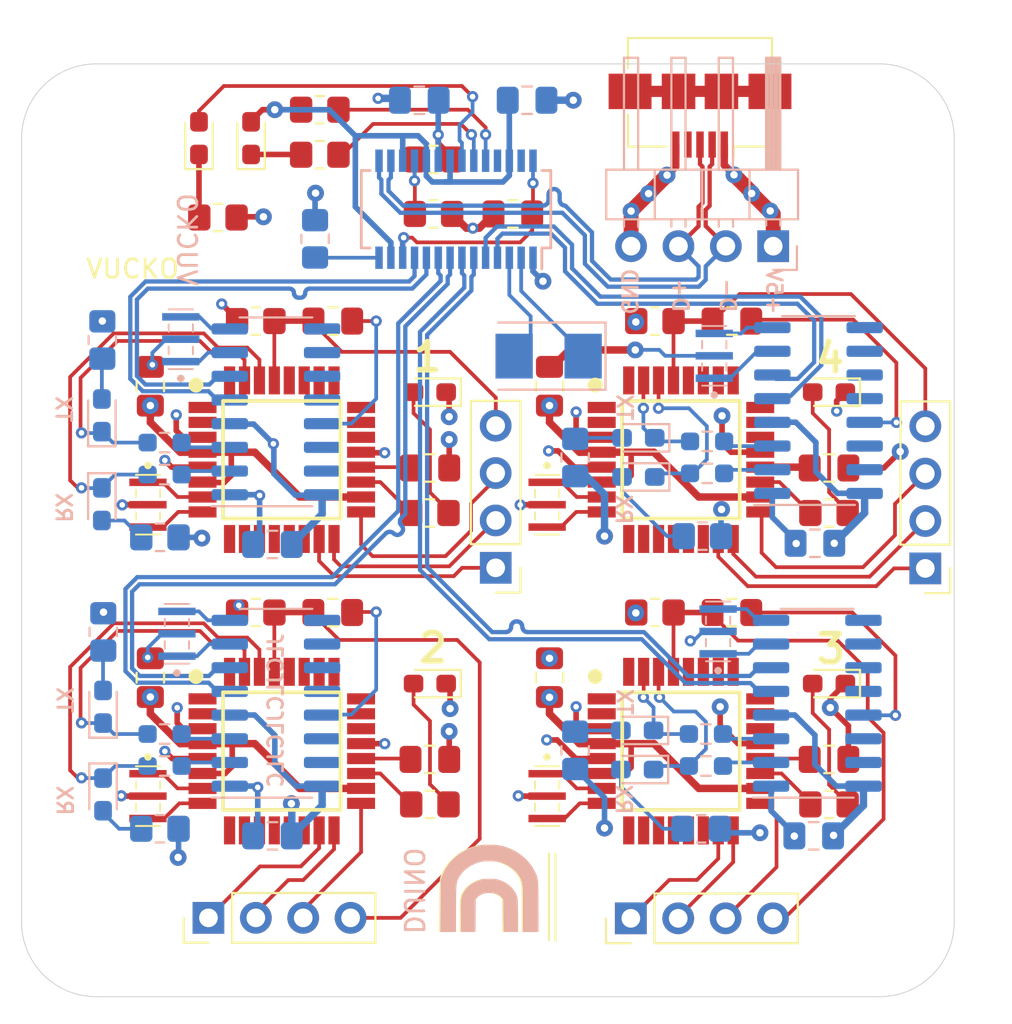
<source format=kicad_pcb>
(kicad_pcb (version 20211014) (generator pcbnew)
  (layers (0 "F.Cu" signal) (1 "In1.Cu" power) (2 "In2.Cu" power) (31 "B.Cu" signal) (34 "B.Paste" user) (35 "F.Paste" user) (36 "B.SilkS" user "B.Silkscreen") (37 "F.SilkS" user "F.Silkscreen") (38 "B.Mask" user) (39 "F.Mask" user) (44 "Edge.Cuts" user))
  (net 0 "")
  (net 1 "Net-(IC1-Pad32)")
  (net 2 "Net-(IC1-Pad26)")
  (net 3 "Net-(IC1-Pad25)")
  (net 4 "Net-(IC1-Pad24)")
  (net 5 "Net-(IC1-Pad23)")
  (net 6 "Net-(IC1-Pad22)")
  (net 7 "Net-(IC1-Pad19)")
  (net 8 "Net-(IC1-Pad14)")
  (net 9 "Net-(IC1-Pad12)")
  (net 10 "Net-(IC1-Pad11)")
  (net 11 "Net-(IC1-Pad10)")
  (net 12 "Net-(IC1-Pad9)")
  (net 13 "Net-(IC1-Pad2)")
  (net 14 "Net-(IC1-Pad1)")
  (net 15 "Net-(IC2-Pad32)")
  (net 16 "Net-(IC2-Pad26)")
  (net 17 "Net-(IC2-Pad25)")
  (net 18 "Net-(IC2-Pad24)")
  (net 19 "Net-(IC2-Pad23)")
  (net 20 "Net-(IC2-Pad22)")
  (net 21 "Net-(IC2-Pad19)")
  (net 22 "Net-(IC2-Pad14)")
  (net 23 "Net-(IC2-Pad12)")
  (net 24 "Net-(IC2-Pad11)")
  (net 25 "Net-(IC2-Pad10)")
  (net 26 "Net-(IC2-Pad9)")
  (net 27 "Net-(IC2-Pad2)")
  (net 28 "Net-(IC2-Pad1)")
  (net 29 "Net-(IC3-Pad32)")
  (net 30 "Net-(IC3-Pad26)")
  (net 31 "Net-(IC3-Pad25)")
  (net 32 "Net-(IC3-Pad24)")
  (net 33 "Net-(IC3-Pad23)")
  (net 34 "Net-(IC3-Pad22)")
  (net 35 "Net-(IC3-Pad19)")
  (net 36 "Net-(IC3-Pad14)")
  (net 37 "Net-(IC3-Pad12)")
  (net 38 "Net-(IC3-Pad11)")
  (net 39 "Net-(IC3-Pad10)")
  (net 40 "Net-(IC3-Pad9)")
  (net 41 "Net-(IC3-Pad2)")
  (net 42 "Net-(IC3-Pad1)")
  (net 43 "Net-(IC4-Pad32)")
  (net 44 "Net-(IC4-Pad26)")
  (net 45 "Net-(IC4-Pad25)")
  (net 46 "Net-(IC4-Pad24)")
  (net 47 "Net-(IC4-Pad23)")
  (net 48 "Net-(IC4-Pad22)")
  (net 49 "Net-(IC4-Pad19)")
  (net 50 "Net-(IC4-Pad14)")
  (net 51 "Net-(IC4-Pad12)")
  (net 52 "Net-(IC4-Pad11)")
  (net 53 "Net-(IC4-Pad10)")
  (net 54 "Net-(IC4-Pad9)")
  (net 55 "Net-(IC4-Pad2)")
  (net 56 "Net-(IC4-Pad1)")
  (net 57 "GND")
  (net 58 "Net-(D1-Pad2)")
  (net 59 "Net-(D2-Pad2)")
  (net 60 "Net-(D3-Pad2)")
  (net 61 "Net-(D4-Pad2)")
  (net 62 "Net-(D5-Pad2)")
  (net 63 "Net-(D6-Pad2)")
  (net 64 "Net-(D7-Pad2)")
  (net 65 "Net-(D8-Pad2)")
  (net 66 "Net-(D9-Pad2)")
  (net 67 "Net-(D10-Pad2)")
  (net 68 "+5V")
  (net 69 "Net-(D11-Pad2)")
  (net 70 "Net-(D12-Pad2)")
  (net 71 "Net-(U2-Pad12)")
  (net 72 "Net-(U2-Pad11)")
  (net 73 "Net-(U2-Pad10)")
  (net 74 "Net-(U2-Pad9)")
  (net 75 "Net-(U2-Pad14)")
  (net 76 "Net-(U2-Pad7)")
  (net 77 "Net-(U3-Pad15)")
  (net 78 "Net-(U3-Pad12)")
  (net 79 "Net-(U3-Pad11)")
  (net 80 "Net-(U3-Pad10)")
  (net 81 "Net-(U3-Pad9)")
  (net 82 "Net-(IC1-Pad13)")
  (net 83 "Net-(IC2-Pad13)")
  (net 84 "Net-(IC3-Pad13)")
  (net 85 "Net-(IC4-Pad13)")
  (net 86 "Net-(IC4-Pad8)")
  (net 87 "Net-(IC4-Pad7)")
  (net 88 "Net-(IC1-Pad8)")
  (net 89 "Net-(IC1-Pad7)")
  (net 90 "Net-(IC2-Pad8)")
  (net 91 "Net-(IC2-Pad7)")
  (net 92 "Net-(IC3-Pad8)")
  (net 93 "Net-(IC3-Pad7)")
  (net 94 "Net-(U3-Pad8)")
  (net 95 "Net-(U3-Pad7)")
  (net 96 "Net-(C14-Pad1)")
  (net 97 "Net-(C15-Pad1)")
  (net 98 "Net-(C16-Pad1)")
  (net 99 "Net-(C17-Pad1)")
  (net 100 "Net-(D13-Pad1)")
  (net 101 "Net-(D17-Pad1)")
  (net 102 "Net-(IC1-Pad28)")
  (net 103 "Net-(IC1-Pad27)")
  (net 104 "Net-(IC2-Pad28)")
  (net 105 "Net-(IC2-Pad27)")
  (net 106 "Net-(IC3-Pad28)")
  (net 107 "Net-(IC3-Pad27)")
  (net 108 "Net-(IC4-Pad28)")
  (net 109 "Net-(IC4-Pad27)")
  (net 110 "Net-(J1-Pad4)")
  (net 111 "Net-(R1-Pad2)")
  (net 112 "Net-(R2-Pad2)")
  (net 113 "Net-(R3-Pad2)")
  (net 114 "Net-(R4-Pad2)")
  (net 115 "Net-(R5-Pad1)")
  (net 116 "Net-(R6-Pad1)")
  (net 117 "Net-(R7-Pad1)")
  (net 118 "Net-(R8-Pad1)")
  (net 119 "Net-(R25-Pad2)")
  (net 120 "Net-(R27-Pad2)")
  (net 121 "Net-(R28-Pad2)")
  (net 122 "Net-(R29-Pad1)")
  (net 123 "Net-(U1-Pad15)")
  (net 124 "Net-(U1-Pad14)")
  (net 125 "Net-(U1-Pad12)")
  (net 126 "Net-(U1-Pad11)")
  (net 127 "Net-(U1-Pad10)")
  (net 128 "Net-(U1-Pad9)")
  (net 129 "Net-(U1-Pad8)")
  (net 130 "Net-(U1-Pad7)")
  (net 131 "Net-(U2-Pad15)")
  (net 132 "Net-(U2-Pad8)")
  (net 133 "Net-(U3-Pad14)")
  (net 134 "Net-(U4-Pad15)")
  (net 135 "Net-(U4-Pad14)")
  (net 136 "Net-(U4-Pad12)")
  (net 137 "Net-(U4-Pad11)")
  (net 138 "Net-(U4-Pad10)")
  (net 139 "Net-(U4-Pad9)")
  (net 140 "Net-(U4-Pad8)")
  (net 141 "Net-(U4-Pad7)")
  (net 142 "Net-(U5-Pad27)")
  (net 143 "Net-(U5-Pad25)")
  (net 144 "Net-(U5-Pad3)")
  (net 145 "Net-(U5-Pad2)")
  (net 146 "+3V3")
  (net 147 "Net-(D17-Pad2)")
  (net 148 "Net-(C19-Pad1)")
  (net 149 "/D1_N")
  (net 150 "/D1_P")
  (net 151 "/D4_N")
  (net 152 "/D4_P")
  (net 153 "/D2_N")
  (net 154 "/D2_P")
  (net 155 "/D3_N")
  (net 156 "/D3_P")
  (net 157 "Net-(J1-Pad6)")
  (net 158 "/SS2")
  (net 159 "/DTR_2")
  (net 160 "/SS3")
  (net 161 "/DTR_3")
  (net 162 "/SS1")
  (net 163 "/DTR_1")
  (net 164 "/SS4")
  (net 165 "/DTR_4")
  (net 166 "/RXD_4")
  (net 167 "/TXD_4")
  (net 168 "/RXD_2")
  (net 169 "/TXD_2")
  (net 170 "/RXD_3")
  (net 171 "/TXD_3")
  (net 172 "/RXD_1")
  (net 173 "/TXD_1")
  (net 174 "/D-")
  (net 175 "/D+")
  (net 176 "/MOSI2")
  (net 177 "/MISO2")
  (net 178 "/SCK2")
  (net 179 "/MOSI3")
  (net 180 "/MISO3")
  (net 181 "/SCK3")
  (net 182 "/MOSI1")
  (net 183 "/MISO1")
  (net 184 "/SCK1")
  (net 185 "/MOSI4")
  (net 186 "/MISO4")
  (net 187 "/SCK4")
  (footprint "Capacitor_SMD:C_0805_2012Metric_Pad1.18x1.45mm_HandSolder" (layer "F.Cu") (at 166.6825 119.408 180)
    (fp_text reference "C6" hide)
    (fp_text value "0.1u")
  )
  (footprint "Capacitor_SMD:C_0805_2012Metric_Pad1.18x1.45mm_HandSolder" (layer "F.Cu") (at 188.082 119.408 180)
    (fp_text reference "C7" hide)
    (fp_text value "0.1u")
  )
  (footprint "Capacitor_SMD:C_0805_2012Metric_Pad1.18x1.45mm_HandSolder" (layer "F.Cu") (at 166.6875 103.787 180)
    (fp_text reference "C8" hide)
    (fp_text value "0.1u")
  )
  (footprint "Capacitor_SMD:C_0805_2012Metric_Pad1.18x1.45mm_HandSolder" (layer "F.Cu") (at 188.082 103.787 180)
    (fp_text reference "C9" hide)
    (fp_text value "0.1u")
  )
  (footprint "Capacitor_SMD:C_0805_2012Metric_Pad1.18x1.45mm_HandSolder" (layer "F.Cu") (at 156.9035 122.9005 90)
    (fp_text reference "C10" hide)
    (fp_text value "0.1u")
  )
  (footprint "Capacitor_SMD:C_0805_2012Metric_Pad1.18x1.45mm_HandSolder" (layer "F.Cu") (at 178.303 122.9005 90)
    (fp_text reference "C11" hide)
    (fp_text value "0.1u")
  )
  (footprint "Capacitor_SMD:C_0805_2012Metric_Pad1.18x1.45mm_HandSolder" (layer "F.Cu") (at 156.9035 107.2795 90)
    (fp_text reference "C12" hide)
    (fp_text value "0.1u")
  )
  (footprint "Capacitor_SMD:C_0805_2012Metric_Pad1.18x1.45mm_HandSolder" (layer "F.Cu") (at 178.303 107.2795 90)
    (fp_text reference "C13" hide)
    (fp_text value "0.1u")
  )
  (footprint "Capacitor_SMD:C_0805_2012Metric_Pad1.18x1.45mm_HandSolder" (layer "F.Cu") (at 171.8895 127.282)
    (fp_text reference "C14" hide)
    (fp_text value "0.1u")
  )
  (footprint "Capacitor_SMD:C_0805_2012Metric_Pad1.18x1.45mm_HandSolder" (layer "F.Cu") (at 193.289 127.282)
    (fp_text reference "C15" hide)
    (fp_text value "0.1u")
  )
  (footprint "Capacitor_SMD:C_0805_2012Metric_Pad1.18x1.45mm_HandSolder" (layer "F.Cu") (at 171.8895 111.661)
    (fp_text reference "C16" hide)
    (fp_text value "0.1u")
  )
  (footprint "Capacitor_SMD:C_0805_2012Metric_Pad1.18x1.45mm_HandSolder" (layer "F.Cu") (at 193.289 111.661)
    (fp_text reference "C17" hide)
    (fp_text value "0.1u")
  )
  (footprint "Capacitor_SMD:C_0805_2012Metric_Pad1.18x1.45mm_HandSolder" (layer "F.Cu") (at 176.3395 98.044 180)
    (fp_text reference "C19" hide)
    (fp_text value "10u")
  )
  (footprint "LED_SMD:LED_0603_1608Metric_Pad1.05x0.95mm_HandSolder" (layer "F.Cu") (at 171.8895 123.218 180)
    (fp_text reference "D9" hide)
    (fp_text value "red")
  )
  (footprint "LED_SMD:LED_0603_1608Metric_Pad1.05x0.95mm_HandSolder" (layer "F.Cu") (at 193.289 123.218 180)
    (fp_text reference "D10" hide)
    (fp_text value "red")
  )
  (footprint "LED_SMD:LED_0603_1608Metric_Pad1.05x0.95mm_HandSolder" (layer "F.Cu") (at 171.8895 107.597 180)
    (fp_text reference "D11" hide)
    (fp_text value "red")
  )
  (footprint "LED_SMD:LED_0603_1608Metric_Pad1.05x0.95mm_HandSolder" (layer "F.Cu") (at 193.289 107.597 180)
    (fp_text reference "D12" hide)
    (fp_text value "red")
  )
  (footprint "LED_SMD:LED_0603_1608Metric_Pad1.05x0.95mm_HandSolder" (layer "F.Cu") (at 162.306 93.98 90)
    (fp_text reference "D13" hide)
    (fp_text value "2")
  )
  (footprint "LED_SMD:LED_0603_1608Metric_Pad1.05x0.95mm_HandSolder" (layer "F.Cu") (at 159.512 93.98 90)
    (fp_text reference "D17" hide)
    (fp_text value "red")
  )
  (footprint "Vucko_Admin:QFP80P900X900X120-32N" (layer "F.Cu") (at 163.952 126.8375)
    (fp_text reference "IC1" hide)
    (fp_text value "ATMEGA328P-AU" hide)
  )
  (footprint "Vucko_Admin:QFP80P900X900X120-32N" (layer "F.Cu") (at 185.3515 126.8375)
    (fp_text reference "IC2" hide)
    (fp_text value "ATMEGA328P-AU" hide)
  )
  (footprint "Vucko_Admin:QFP80P900X900X120-32N" (layer "F.Cu") (at 185.3515 111.2165)
    (fp_text reference "IC4" hide)
    (fp_text value "ATMEGA328P-AU" hide)
  )
  (footprint "Connector_USB:USB_Micro-B_Amphenol_10104110_Horizontal" (layer "F.Cu") (at 186.3725 92.7735 180)
    (fp_text reference "J1" hide)
    (fp_text value "USB_Micro")
  )
  (footprint "Resistor_SMD:R_0805_2012Metric_Pad1.20x1.40mm_HandSolder" (layer "F.Cu") (at 162.555 119.408)
    (fp_text reference "R17" hide)
    (fp_text value "10k")
  )
  (footprint "Resistor_SMD:R_0805_2012Metric_Pad1.20x1.40mm_HandSolder" (layer "F.Cu") (at 183.9545 119.408)
    (fp_text reference "R18" hide)
    (fp_text value "10k")
  )
  (footprint "Resistor_SMD:R_0805_2012Metric_Pad1.20x1.40mm_HandSolder" (layer "F.Cu") (at 162.555 103.787)
    (fp_text reference "R19" hide)
    (fp_text value "10k")
  )
  (footprint "Resistor_SMD:R_0805_2012Metric_Pad1.20x1.40mm_HandSolder" (layer "F.Cu") (at 183.9545 103.787)
    (fp_text reference "R20" hide)
    (fp_text value "10k")
  )
  (footprint "Resistor_SMD:R_0805_2012Metric_Pad1.20x1.40mm_HandSolder" (layer "F.Cu") (at 171.8895 129.695 180)
    (fp_text reference "R21" hide)
    (fp_text value "1k")
  )
  (footprint "Resistor_SMD:R_0805_2012Metric_Pad1.20x1.40mm_HandSolder" (layer "F.Cu") (at 193.289 129.695 180)
    (fp_text reference "R22" hide)
    (fp_text value "1k")
  )
  (footprint "Resistor_SMD:R_0805_2012Metric_Pad1.20x1.40mm_HandSolder" (layer "F.Cu") (at 171.8895 114.074 180)
    (fp_text reference "R23" hide)
    (fp_text value "1k")
  )
  (footprint "Resistor_SMD:R_0805_2012Metric_Pad1.20x1.40mm_HandSolder" (layer "F.Cu") (at 193.289 114.074 180)
    (fp_text reference "R24" hide)
    (fp_text value "1k")
  )
  (footprint "Resistor_SMD:R_0805_2012Metric_Pad1.20x1.40mm_HandSolder" (layer "F.Cu") (at 172.085 95.123 180)
    (fp_text reference "R25" hide)
    (fp_text value "47k")
  )
  (footprint "Resistor_SMD:R_0805_2012Metric_Pad1.20x1.40mm_HandSolder" (layer "F.Cu") (at 172.085 98.044)
    (fp_text reference "R26" hide)
    (fp_text value "100k")
  )
  (footprint "Resistor_SMD:R_0805_2012Metric_Pad1.20x1.40mm_HandSolder" (layer "F.Cu") (at 165.989 94.869)
    (fp_text reference "R27" hide)
    (fp_text value "2.2k")
  )
  (footprint "Resistor_SMD:R_0805_2012Metric_Pad1.20x1.40mm_HandSolder" (layer "F.Cu") (at 165.989 92.456)
    (fp_text reference "R28" hide)
    (fp_text value "2.2k")
  )
  (footprint "Resistor_SMD:R_0805_2012Metric_Pad1.20x1.40mm_HandSolder" (layer "F.Cu") (at 160.528 98.2345)
    (fp_text reference "R30" hide)
    (fp_text value "1k")
  )
  (footprint "Vucko_Admin:CSTCE16M0V13C99R0" (layer "F.Cu") (at 156.7765 129.2505 -90)
    (fp_text reference "Y1" hide)
    (fp_text value "CSTCE16M0V13C99-R0" hide)
  )
  (footprint "Vucko_Admin:CSTCE16M0V13C99R0" (layer "F.Cu") (at 178.176 129.2505 -90)
    (fp_text reference "Y2" hide)
    (fp_text value "CSTCE16M0V13C99-R0" hide)
  )
  (footprint "Vucko_Admin:CSTCE16M0V13C99R0" (layer "F.Cu") (at 156.7765 113.6295 -90)
    (fp_text reference "Y3" hide)
    (fp_text value "CSTCE16M0V13C99-R0" hide)
  )
  (footprint "Vucko_Admin:CSTCE16M0V13C99R0" (layer "F.Cu") (at 178.176 113.6295 -90)
    (fp_text reference "Y4" hide)
    (fp_text value "CSTCE16M0V13C99-R0" hide)
  )
  (footprint "MountingHole:MountingHole_3.2mm_M3" (layer "F.Cu") (at 196.342 136.3345)
    (fp_text reference "H1" hide)
    (fp_text value "1")
  )
  (footprint "MountingHole:MountingHole_3.2mm_M3" (layer "F.Cu") (at 153.67 136.3345)
    (fp_text reference "H2" hide)
    (fp_text value "2")
  )
  (footprint "MountingHole:MountingHole_3.2mm_M3" (layer "F.Cu") (at 153.67 93.6625)
    (fp_text reference "H3" hide)
    (fp_text value "3")
  )
  (footprint "MountingHole:MountingHole_3.2mm_M3" (layer "F.Cu") (at 196.2785 93.6625)
    (fp_text reference "H4" hide)
    (fp_text value "4")
  )
  (footprint "Vucko_Admin:QFP80P900X900X120-32N" (layer "F.Cu") (at 163.952 111.2165)
    (fp_text reference "IC3" hide)
    (fp_text value "ATMEGA328P-AU" hide)
  )
  (footprint "Vucko_Admin_Logo:Duino" (layer "F.Cu") (at 175.05172 134.3914 90)
    (fp_text reference "L1" hide)
    (fp_text value "" hide)
  )
  (footprint "Connector_PinHeader_2.54mm:PinHeader_1x04_P2.54mm_Vertical" (layer "F.Cu") (at 198.4502 117.0432 180)
    (fp_text reference "J2" hide)
    (fp_text value "Conn_01x04")
  )
  (footprint "Connector_PinHeader_2.54mm:PinHeader_1x04_P2.54mm_Vertical" (layer "F.Cu") (at 182.6641 135.8011 90)
    (fp_text reference "J3" hide)
    (fp_text value "Conn_01x04")
  )
  (footprint "Connector_PinHeader_2.54mm:PinHeader_1x04_P2.54mm_Vertical" (layer "F.Cu") (at 160.02 135.7757 90)
    (fp_text reference "J5" hide)
    (fp_text value "Conn_01x04")
  )
  (footprint "Connector_PinHeader_2.54mm:PinHeader_1x04_P2.54mm_Vertical" (layer "F.Cu") (at 175.41748 117.01272 180)
    (fp_text reference "J6" hide)
    (fp_text value "Conn_01x04")
  )
  (footprint "Capacitor_SMD:C_0805_2012Metric_Pad1.18x1.45mm_HandSolder" (layer "B.Cu") (at 192.532 115.697 180)
    (fp_text reference "C2" hide)
    (fp_text value "0.1u")
  )
  (footprint "Capacitor_SMD:C_0805_2012Metric_Pad1.18x1.45mm_HandSolder" (layer "B.Cu") (at 163.449 131.3815 180)
    (fp_text reference "C3" hide)
    (fp_text value "0.1u")
  )
  (footprint "Capacitor_SMD:C_0805_2012Metric_Pad1.18x1.45mm_HandSolder" (layer "B.Cu") (at 192.4685 131.3815 180)
    (fp_text reference "C4" hide)
    (fp_text value "0.1u")
  )
  (footprint "Capacitor_SMD:C_0805_2012Metric_Pad1.18x1.45mm_HandSolder" (layer "B.Cu") (at 163.449 115.7605 180)
    (fp_text reference "C5" hide)
    (fp_text value "0.1u")
  )
  (footprint "Capacitor_SMD:C_0805_2012Metric_Pad1.18x1.45mm_HandSolder" (layer "B.Cu") (at 177.1015 91.948)
    (fp_text reference "C21" hide)
    (fp_text value "10u")
  )
  (footprint "Capacitor_SMD:C_0805_2012Metric_Pad1.18x1.45mm_HandSolder" (layer "B.Cu") (at 171.323 91.948 180)
    (fp_text reference "C23" hide)
    (fp_text value "10u")
  )
  (footprint "LED_SMD:LED_0603_1608Metric_Pad1.05x0.95mm_HandSolder" (layer "B.Cu") (at 183.0705 112.141 180)
    (fp_text reference "D1" hide)
    (fp_text value "Blue")
  )
  (footprint "LED_SMD:LED_0603_1608Metric_Pad1.05x0.95mm_HandSolder" (layer "B.Cu") (at 183.0705 110.0455 180)
    (fp_text reference "D2" hide)
    (fp_text value "Blue")
  )
  (footprint "LED_SMD:LED_0603_1608Metric_Pad1.05x0.95mm_HandSolder" (layer "B.Cu") (at 154.3685 129.159 -90)
    (fp_text reference "D3" hide)
    (fp_text value "Blue")
  )
  (footprint "LED_SMD:LED_0603_1608Metric_Pad1.05x0.95mm_HandSolder" (layer "B.Cu") (at 154.3685 124.46 90)
    (fp_text reference "D4" hide)
    (fp_text value "Blue")
  )
  (footprint "LED_SMD:LED_0603_1608Metric_Pad1.05x0.95mm_HandSolder" (layer "B.Cu") (at 183.007 127.8255 180)
    (fp_text reference "D5" hide)
    (fp_text value "Blue")
  )
  (footprint "LED_SMD:LED_0603_1608Metric_Pad1.05x0.95mm_HandSolder" (layer "B.Cu") (at 183.007 125.73 180)
    (fp_text reference "D6" hide)
    (fp_text value "Blue")
  )
  (footprint "LED_SMD:LED_0603_1608Metric_Pad1.05x0.95mm_HandSolder" (layer "B.Cu") (at 154.305 113.6015 -90)
    (fp_text reference "D7" hide)
    (fp_text value "Blue")
  )
  (footprint "LED_SMD:LED_0603_1608Metric_Pad1.05x0.95mm_HandSolder" (layer "B.Cu") (at 154.305 108.839 90)
    (fp_text reference "D8" hide)
    (fp_text value "Blue")
  )
  (footprint "Resistor_SMD:R_0603_1608Metric_Pad0.98x0.95mm_HandSolder" (layer "B.Cu") (at 186.7535 111.9505)
    (fp_text reference "R1" hide)
    (fp_text value "1k")
  )
  (footprint "Resistor_SMD:R_0603_1608Metric_Pad0.98x0.95mm_HandSolder" (layer "B.Cu") (at 157.6705 127.635)
    (fp_text reference "R2" hide)
    (fp_text value "1k")
  )
  (footprint "Resistor_SMD:R_0603_1608Metric_Pad0.98x0.95mm_HandSolder" (layer "B.Cu") (at 186.69 127.635)
    (fp_text reference "R3" hide)
    (fp_text value "1k")
  )
  (footprint "Resistor_SMD:R_0603_1608Metric_Pad0.98x0.95mm_HandSolder" (layer "B.Cu") (at 157.6705 112.014)
    (fp_text reference "R4" hide)
    (fp_text value "1k")
  )
  (footprint "Resistor_SMD:R_0603_1608Metric_Pad0.98x0.95mm_HandSolder" (layer "B.Cu") (at 186.7535 110.236 180)
    (fp_text reference "R5" hide)
    (fp_text value "1k")
  )
  (footprint "Resistor_SMD:R_0603_1608Metric_Pad0.98x0.95mm_HandSolder" (layer "B.Cu") (at 157.6705 125.9205 180)
    (fp_text reference "R6" hide)
    (fp_text value "1k")
  )
  (footprint "Resistor_SMD:R_0603_1608Metric_Pad0.98x0.95mm_HandSolder" (layer "B.Cu") (at 186.69 125.9205 180)
    (fp_text reference "R7" hide)
    (fp_text value "1k")
  )
  (footprint "Resistor_SMD:R_0603_1608Metric_Pad0.98x0.95mm_HandSolder" (layer "B.Cu") (at 157.6705 110.2995 180)
    (fp_text reference "R8" hide)
    (fp_text value "1k")
  )
  (footprint "Resistor_SMD:R_0805_2012Metric_Pad1.20x1.40mm_HandSolder" (layer "B.Cu") (at 186.4995 115.316 180)
    (fp_text reference "R9" hide)
    (fp_text value "1k")
  )
  (footprint "Resistor_SMD:R_0805_2012Metric_Pad1.20x1.40mm_HandSolder" (layer "B.Cu") (at 179.6796 111.0996 90)
    (fp_text reference "R10" hide)
    (fp_text value "1k")
  )
  (footprint "Resistor_SMD:R_0805_2012Metric_Pad1.20x1.40mm_HandSolder" (layer "B.Cu") (at 157.4165 131.0005 180)
    (fp_text reference "R11" hide)
    (fp_text value "1k")
  )
  (footprint "Resistor_SMD:R_0805_2012Metric_Pad1.20x1.40mm_HandSolder" (layer "B.Cu") (at 154.3812 120.4468 -90)
    (fp_text reference "R12" hide)
    (fp_text value "1k")
  )
  (footprint "Resistor_SMD:R_0805_2012Metric_Pad1.20x1.40mm_HandSolder" (layer "B.Cu") (at 186.436 131.0005 180)
    (fp_text reference "R13" hide)
    (fp_text value "1k")
  )
  (footprint "Resistor_SMD:R_0805_2012Metric_Pad1.20x1.40mm_HandSolder" (layer "B.Cu") (at 179.6796 126.7968 90)
    (fp_text reference "R14" hide)
    (fp_text value "1k")
  )
  (footprint "Resistor_SMD:R_0805_2012Metric_Pad1.20x1.40mm_HandSolder" (layer "B.Cu") (at 157.4165 115.3795 180)
    (fp_text reference "R15" hide)
    (fp_text value "1k")
  )
  (footprint "Resistor_SMD:R_0805_2012Metric_Pad1.20x1.40mm_HandSolder" (layer "B.Cu") (at 154.3304 104.8004 -90)
    (fp_text reference "R16" hide)
    (fp_text value "1k")
  )
  (footprint "Resistor_SMD:R_0805_2012Metric_Pad1.20x1.40mm_HandSolder" (layer "B.Cu") (at 165.735 99.3775 90)
    (fp_text reference "R29" hide)
    (fp_text value "2.7k")
  )
  (footprint "Connector_PinHeader_2.54mm:PinHeader_1x04_P2.54mm_Horizontal" (layer "B.Cu") (at 190.2968 99.7712 90)
    (fp_text reference "J4" hide)
    (fp_text value "SS_PG")
  )
  (footprint "Package_SO:SSOP-28_3.9x9.9mm_P0.635mm" (layer "B.Cu") (at 173.2915 97.79 90)
    (fp_text reference "U5" hide)
    (fp_text value "FE1.1s")
  )
  (footprint "Crystal:Crystal_SMD_5032-2Pin_5.0x3.2mm" (layer "B.Cu") (at 178.2572 105.664 180)
    (fp_text reference "Y5" hide)
    (fp_text value "12MHz")
  )
  (footprint "Vucko_Admin_Logo:Duino" (layer "B.Cu") (at 175.05172 134.3914 90)
    (fp_text reference "L2" hide)
    (fp_text value "" hide)
  )
  (footprint "Package_SO:SOIC-16_3.9x9.9mm_P1.27mm" (layer "B.Cu") (at 192.72504 108.57992)
    (fp_text reference "U1" hide)
    (fp_text value "CH340G")
  )
  (footprint "Package_SO:SOIC-16_3.9x9.9mm_P1.27mm" (layer "B.Cu") (at 163.63696 124.27204)
    (fp_text reference "U2" hide)
    (fp_text value "CH340G")
  )
  (footprint "Package_SO:SOIC-16_3.9x9.9mm_P1.27mm" (layer "B.Cu") (at 192.659 124.27204)
    (fp_text reference "U3" hide)
    (fp_text value "CH340G")
  )
  (footprint "Package_SO:SOIC-16_3.9x9.9mm_P1.27mm" (layer "B.Cu") (at 163.63696 108.65104)
    (fp_text reference "U4" hide)
    (fp_text value "CH340G")
  )
  (footprint "Vucko_Admin:CSTCE16M0V13C99R0" (layer "B.Cu") (at 158.53664 104.75976 90)
    (fp_text reference "Y6" hide)
    (fp_text value "CSTCE16M0V13C99-R0" hide)
  )
  (footprint "Vucko_Admin:CSTCE16M0V13C99R0" (layer "B.Cu") (at 158.32836 120.5484 90)
    (fp_text reference "Y7" hide)
    (fp_text value "CSTCE16M0V13C99-R0" hide)
  )
  (footprint "Vucko_Admin:CSTCE16M0V13C99R0" (layer "B.Cu") (at 187.34024 120.4214 90)
    (fp_text reference "Y9" hide)
    (fp_text value "CSTCE16M0V13C99-R0" hide)
  )
  (footprint "Vucko_Admin:CSTCE16M0V13C99R0" (layer "B.Cu") (at 187.13704 105.64876 90)
    (fp_text reference "Y8" hide)
    (fp_text value "CSTCE16M0V13C99-R0" hide)
  )
  (gr_line (start 178.62804 137.01268) (end 178.62804 132.33908) (layer "F.SilkS") (width 0.12))
  (gr_line (start 178.27244 136.96188) (end 178.27244 132.33908) (layer "F.SilkS") (width 0.12))
  (gr_line (start 196 90) (end 154 90) (layer "Edge.Cuts") (width 0.05))
  (gr_arc (start 196 90) (mid 198.828427 91.171573) (end 200 94) (layer "Edge.Cuts") (width 0.05))
  (gr_arc (start 150 94) (mid 151.171573 91.171573) (end 154 90) (layer "Edge.Cuts") (width 0.05))
  (gr_line (start 200 136) (end 200 94) (layer "Edge.Cuts") (width 0.05))
  (gr_arc (start 154 140) (mid 151.171573 138.828427) (end 150 136) (layer "Edge.Cuts") (width 0.05))
  (gr_line (start 154 140) (end 196 140) (layer "Edge.Cuts") (width 0.05))
  (gr_arc (start 200 136) (mid 198.828427 138.828427) (end 196 140) (layer "Edge.Cuts") (width 0.05))
  (gr_line (start 150 94) (end 150 136) (layer "Edge.Cuts") (width 0.05))
  (gr_text "RX" (at 182.2704 129.4384 270) (layer "B.SilkS") (effects (font (size 0.8 0.8)) (justify mirror)))
  (gr_text "TX" (at 182.3212 124.206 270) (layer "B.SilkS") (effects (font (size 0.8 0.8)) (justify mirror)))
  (gr_text "TX" (at 152.2476 108.5088 270) (layer "B.SilkS") (effects (font (size 0.8 0.8)) (justify mirror)))
  (gr_text "RX" (at 152.2476 113.792 270) (layer "B.SilkS") (effects (font (size 0.8 0.8)) (justify mirror)))
  (gr_text "TX" (at 182.3212 108.4072 270) (layer "B.SilkS") (effects (font (size 0.8 0.8)) (justify mirror)))
  (gr_text "TX" (at 152.2984 124.1044 270) (layer "B.SilkS") (effects (font (size 0.8 0.8)) (justify mirror)))
  (gr_text "D-" (at 187.8584 102.4128 270) (layer "B.SilkS") (effects (font (size 0.8 0.8)) (justify mirror)))
  (gr_text "JLCJLCJLCJLC" (at 163.6268 124.6632 90) (layer "B.SilkS") (effects (font (size 0.8 0.8)) (justify mirror)))
  (gr_text "RX" (at 182.2704 113.8936 270) (layer "B.SilkS") (effects (font (size 0.8 0.8)) (justify mirror)))
  (gr_text "DUINO" (at 171.02328 134.33044 270) (layer "B.SilkS") (effects (font (size 1 1)) (justify mirror)))
  (gr_text "D+" (at 185.3184 102.4128 270) (layer "B.SilkS") (effects (font (size 0.8 0.8)) (justify mirror)))
  (gr_text "VUCKO" (at 158.8516 99.4156 270) (layer "B.SilkS") (effects (font (size 1 1)) (justify mirror)))
  (gr_text "GND" (at 182.5752 102.2096 270) (layer "B.SilkS") (effects (font (size 0.8 0.8)) (justify mirror)))
  (gr_text "+5V" (at 190.35 102.2 270) (layer "B.SilkS") (effects (font (size 0.8 0.8)) (justify mirror)))
  (gr_text "RX" (at 152.2984 129.4892 270) (layer "B.SilkS") (effects (font (size 0.8 0.8)) (justify mirror)))
  (gr_text "VUCKO" (at 155.956 100.9904) (layer "F.SilkS") (effects (font (size 1 1))))
  (gr_text "3" (at 193.3956 121.3612) (layer "F.SilkS") (effects (font (size 1.5 1.5) (thickness 0.3))))
  (gr_text "1" (at 171.7548 105.7148) (layer "F.SilkS") (effects (font (size 1.5 1.5) (thickness 0.3))))
  (gr_text "4" (at 193.3448 105.7656) (layer "F.SilkS") (effects (font (size 1.5 1.5) (thickness 0.3))))
  (gr_text "2" (at 172.0596 121.3104) (layer "F.SilkS") (effects (font (size 1.5 1.5) (thickness 0.3))))
  (segment (start 169.232 128.0375) (end 170.8895 129.695) (width 0.2) (layer "F.Cu") (net 7))
  (segment (start 168.202 128.0375) (end 169.232 128.0375) (width 0.2) (layer "F.Cu") (net 7))
  (segment (start 170.832 129.6375) (end 170.8895 129.695) (width 0.2) (layer "F.Cu") (net 7))
  (segment (start 170.8895 129.695) (end 170.8895 129.9481) (width 0.2) (layer "F.Cu") (net 7))
  (segment (start 192.289 129.5868) (end 192.289 129.695) (width 0.2) (layer "F.Cu") (net 21))
  (segment (start 191.8208 130.1632) (end 192.289 129.695) (width 0.2) (layer "F.Cu") (net 21))
  (segment (start 192.2315 129.6375) (end 192.289 129.695) (width 0.2) (layer "F.Cu") (net 21))
  (segment (start 189.6015 128.0375) (end 190.7397 128.0375) (width 0.2) (layer "F.Cu") (net 21))
  (segment (start 190.7397 128.0375) (end 192.289 129.5868) (width 0.2) (layer "F.Cu") (net 21))
  (segment (start 169.232 112.4165) (end 170.8895 114.074) (width 0.2) (layer "F.Cu") (net 35))
  (segment (start 168.202 112.4165) (end 169.232 112.4165) (width 0.2) (layer "F.Cu") (net 35))
  (segment (start 190.6315 112.4165) (end 192.289 114.074) (width 0.2) (layer "F.Cu") (net 49))
  (segment (start 189.6015 112.4165) (end 190.6315 112.4165) (width 0.2) (layer "F.Cu") (net 49))
  (segment (start 182.6768 97.8916) (end 182.6768 99.7712) (width 0.8) (layer "F.Cu") (net 57))
  (segment (start 183.6166 96.9518) (end 182.6768 97.8916) (width 0.8) (layer "F.Cu") (net 57))
  (segment (start 184.6072 95.9612) (end 183.6166 96.9518) (width 0.8) (layer "F.Cu") (net 57))
  (segment (start 172.927 127.282) (end 172.927 125.7846) (width 0.3) (layer "F.Cu") (net 57))
  (segment (start 158.2928 108.8136) (end 158.2928 109.6573) (width 0.3) (layer "F.Cu") (net 57))
  (segment (start 180.0515 110.0165) (end 179.7304 109.6954) (width 0.3) (layer "F.Cu") (net 57))
  (segment (start 173.847 98.806) (end 173.085 98.044) (width 0.4) (layer "F.Cu") (net 57))
  (segment (start 172.9232 108.9152) (end 172.9232 107.7557) (width 0.3) (layer "F.Cu") (net 57))
  (segment (start 194.3265 127.282) (end 194.3265 125.4798) (width 0.3) (layer "F.Cu") (net 57))
  (segment (start 158.0477 111.6165) (end 157.6832 111.252) (width 0.3) (layer "F.Cu") (net 57))
  (segment (start 181.1015 125.6375) (end 180.0515 125.6375) (width 0.3) (layer "F.Cu") (net 57))
  (segment (start 185.0725 95.4959) (end 184.6072 95.9612) (width 0.4) (layer "F.Cu") (net 57))
  (segment (start 176.7433 113.6295) (end 176.7332 113.6396) (width 0.3) (layer "F.Cu") (net 57))
  (segment (start 158.2928 109.6573) (end 158.652 110.0165) (width 0.3) (layer "F.Cu") (net 57))
  (segment (start 158.0731 127.2375) (end 157.6832 126.8476) (width 0.3) (layer "F.Cu") (net 57))
  (segment (start 194.3265 111.661) (end 196.2251 111.661) (width 0.3) (layer "F.Cu") (net 57))
  (segment (start 172.927 110.1382) (end 172.9232 110.1344) (width 0.3) (layer "F.Cu") (net 57))
  (segment (start 194.3493 127.3048) (end 194.3265 127.282) (width 0.3) (layer "F.Cu") (net 57))
  (segment (start 174.54 98.806) (end 175.302 98.044) (width 0.4) (layer "F.Cu") (net 57))
  (segment (start 193.7004 108.6104) (end 193.7004 108.0606) (width 0.3) (layer "F.Cu") (net 57))
  (segment (start 181.1015 111.6165) (end 179.6377 111.6165) (width 0.3) (layer "F.Cu") (net 57))
  (segment (start 194.164 123.218) (end 193.3575 124.0245) (width 0.3) (layer "F.Cu") (net 57))
  (segment (start 174.1932 98.806) (end 174.54 98.806) (width 0.4) (layer "F.Cu") (net 57))
  (segment (start 172.927 125.7846) (end 172.9232 125.7808) (width 0.3) (layer "F.Cu") (net 57))
  (segment (start 172.974 124.5616) (end 172.974 123.4275) (width 0.3) (layer "F.Cu") (net 57))
  (segment (start 193.3575 124.0245) (end 193.3575 124.5108) (width 0.3) (layer "F.Cu") (net 57))
  (segment (start 158.3436 125.3291) (end 158.652 125.6375) (width 0.3) (layer "F.Cu") (net 57))
  (segment (start 182.6768 97.8916) (end 182.6768 97.8916) (width 0.4) (layer "F.Cu") (net 57))
  (segment (start 179.35956 105.3338) (end 182.90032 105.3338) (width 0.4) (layer "F.Cu") (net 57))
  (segment (start 169.4688 110.8456) (end 168.2311 110.8456) (width 0.3) (layer "F.Cu") (net 57))
  (segment (start 176.6469 129.2505) (end 176.6316 129.2352) (width 0.3) (layer "F.Cu") (net 57))
  (segment (start 179.6377 111.6165) (end 178.7652 110.744) (width 0.3) (layer "F.Cu") (net 57))
  (segment (start 172.9232 107.7557) (end 172.7645 107.597) (width 0.3) (layer "F.Cu") (net 57))
  (segment (start 178.45136 106.242) (end 179.35956 105.3338) (width 0.4) (layer "F.Cu") (net 57))
  (segment (start 180.0515 125.6375) (end 179.7304 125.3164) (width 0.3) (layer "F.Cu") (net 57))
  (segment (start 181.1015 127.2375) (end 179.7139 127.2375) (width 0.3) (layer "F.Cu") (net 57))
  (segment (start 179.7139 127.2375) (end 178.7144 126.238) (width 0.3) (layer "F.Cu") (net 57))
  (segment (start 178.7652 110.744) (end 178.2572 110.744) (width 0.3) (layer "F.Cu") (net 57))
  (segment (start 185.0725 94.3235) (end 185.0725 95.4959) (width 0.4) (layer "F.Cu") (net 57))
  (segment (start 161.5661 98.1964) (end 161.528 98.2345) (width 0.3) (layer "F.Cu") (net 57))
  (segment (start 172.974 123.4275) (end 172.7645 123.218) (width 0.3) (layer "F.Cu") (net 57))
  (segment (start 155.3617 129.2505) (end 155.3464 129.2352) (width 0.3) (layer "F.Cu") (net 57))
  (segment (start 158.652 125.6375) (end 159.702 125.6375) (width 0.3) (layer "F.Cu") (net 57))
  (segment (start 168.202 126.4375) (end 169.4651 126.4375) (width 0.3) (layer "F.Cu") (net 57))
  (segment (start 178.7144 126.238) (end 178.1556 126.238) (width 0.3) (layer "F.Cu") (net 57))
  (segment (start 155.4073 113.6295) (end 155.3972 113.6396) (width 0.3) (layer "F.Cu") (net 57))
  (segment (start 162.9664 98.1964) (end 161.5661 98.1964) (width 0.3) (layer "F.Cu") (net 57))
  (segment (start 174.1932 98.806) (end 173.847 98.806) (width 0.4) (layer "F.Cu") (net 57))
  (segment (start 178.176 129.2505) (end 176.6469 129.2505) (width 0.3) (layer "F.Cu") (net 57))
  (segment (start 168.2311 110.8456) (end 168.202 110.8165) (width 0.3) (layer "F.Cu") (net 57))
  (segment (start 178.303 121.863) (end 178.303 121.863028) (width 0.3) (layer "F.Cu") (net 57))
  (segment (start 172.927 111.661) (end 172.927 110.1382) (width 0.3) (layer "F.Cu") (net 57))
  (segment (start 187.5536 110.3376) (end 187.5536 108.8644) (width 0.3) (layer "F.Cu") (net 57))
  (segment (start 178.176 113.6295) (end 176.7433 113.6295) (width 0.3) (layer "F.Cu") (net 57))
  (segment (start 187.452 125.476) (end 188.4135 126.4375) (width 0.3) (layer "F.Cu") (net 57))
  (segment (start 169.4651 126.4375) (end 169.4688 126.4412) (width 0.3) (layer "F.Cu") (net 57))
  (segment (start 158.3436 124.5108) (end 158.3436 125.3291) (width 0.3) (layer "F.Cu") (net 57))
  (segment (start 156.7765 113.6295) (end 155.4073 113.6295) (width 0.3) (layer "F.Cu") (net 57))
  (segment (start 194.3265 125.4798) (end 193.3575 124.5108) (width 0.3) (layer "F.Cu") (net 57))
  (segment (start 181.1015 110.0165) (end 180.0515 110.0165) (width 0.3) (layer "F.Cu") (net 57))
  (segment (start 188.4135 126.4375) (end 189.6015 126.4375) (width 0.3) (layer "F.Cu") (net 57))
  (segment (start 196.2251 111.661) (end 197.104 110.7821) (width 0.3) (layer "F.Cu") (net 57))
  (segment (start 179.7304 109.6954) (end 179.7304 108.6612) (width 0.3) (layer "F.Cu") (net 57))
  (segment (start 188.0325 110.8165) (end 187.5536 110.3376) (width 0.3) (layer "F.Cu") (net 57))
  (segment (start 159.702 127.2375) (end 158.0731 127.2375) (width 0.3) (layer "F.Cu") (net 57))
  (segment (start 158.652 110.0165) (end 159.702 110.0165) (width 0.3) (layer "F.Cu") (net 57))
  (segment (start 189.6015 110.8165) (end 188.0325 110.8165) (width 0.3) (layer "F.Cu") (net 57))
  (segment (start 156.7765 129.2505) (end 155.3617 129.2505) (width 0.3) (layer "F.Cu") (net 57))
  (segment (start 185.0604 94.3356) (end 185.0725 94.3235) (width 0.4) (layer "F.Cu") (net 57))
  (segment (start 159.702 111.6165) (end 158.0477 111.6165) (width 0.3) (layer "F.Cu") (net 57))
  (segment (start 193.7004 108.0606) (end 194.164 107.597) (width 0.3) (layer "F.Cu") (net 57))
  (segment (start 178.303 106.242) (end 178.45136 106.242) (width 0.4) (layer "F.Cu") (net 57))
  (segment (start 179.7304 125.3164) (end 179.7304 124.46) (width 0.3) (layer "F.Cu") (net 57))
  (segment (start 187.452 124.46) (end 187.452 125.476) (width 0.3) (layer "F.Cu") (net 57))
  (via (at 165.7604 96.9264) (size 0.9) (drill 0.4) (layers "F.Cu" "B.Cu") (net 57))
  (via (at 156.76372 121.81332) (size 0.6) (drill 0.3) (layers "F.Cu" "B.Cu") (net 57))
  (via (at 193.3575 124.5108) (size 0.9) (drill 0.4) (layers "F.Cu" "B.Cu") (net 57))
  (via (at 176.7332 113.6396) (size 0.6) (drill 0.3) (layers "F.Cu" "B.Cu") (net 57))
  (via (at 172.9232 125.7808) (size 0.9) (drill 0.4) (layers "F.Cu" "B.Cu") (net 57))
  (via (at 174.1932 98.806) (size 0.6) (drill 0.3) (layers "F.Cu" "B.Cu") (net 57))
  (via (at 158.2928 108.8136) (size 0.6) (drill 0.3) (layers "F.Cu" "B.Cu") (net 57))
  (via (at 172.9232 110.1344) (size 0.9) (drill 0.4) (layers "F.Cu" "B.Cu") (net 57))
  (via (at 197.104 110.7821) (size 0.9) (drill 0.4) (layers "F.Cu" "B.Cu") (net 57))
  (via (at 155.3464 129.2352) (size 0.6) (drill 0.3) (layers "F.Cu" "B.Cu") (net 57))
  (via (at 157.6832 111.252) (size 0.6) (drill 0.3) (layers "F.Cu" "B.Cu") (net 57))
  (via (at 157.01264 106.12628) (size 0.6) (drill 0.3) (layers "F.Cu" "B.Cu") (net 57))
  (via (at 178.1556 126.238) (size 0.6) (drill 0.3) (layers "F.Cu" "B.Cu") (net 57))
  (via (at 187.5536 108.8644) (size 0.9) (drill 0.4) (layers "F.Cu" "B.Cu") (net 57))
  (via (at 183.6166 96.9518) (size 0.9) (drill 0.4) (layers "F.Cu" "B.Cu") (net 57))
  (via (at 179.7304 108.6612) (size 0.6) (drill 0.3) (layers "F.Cu" "B.Cu") (net 57))
  (via (at 169.1132 91.8464) (size 0.6) (drill 0.3) (layers "F.Cu" "B.Cu") (net 57))
  (via (at 193.7004 108.6104) (size 0.6) (drill 0.3) (layers "F.Cu" "B.Cu") (net 57))
  (via (at 179.7304 124.46) (size 0.6) (drill 0.3) (layers "F.Cu" "B.Cu") (net 57))
  (via (at 187.452 124.46) (size 0.9) (drill 0.4) (layers "F.Cu" "B.Cu") (net 57))
  (via (at 176.6316 129.2352) (size 0.6) (drill 0.3) (layers "F.Cu" "B.Cu") (net 57))
  (via (at 185.8518 120.9294) (size 0.6) (drill 0.3) (layers "F.Cu" "B.Cu") (net 57))
  (via (at 179.578 91.948) (size 0.9) (drill 0.4) (layers "F.Cu" "B.Cu") (net 57))
  (via (at 178.303 121.863028) (size 0.9) (drill 0.4) (layers "F.Cu" "B.Cu") (net 57))
  (via (at 172.9232 108.9152) (size 0.9) (drill 0.4) (layers "F.Cu" "B.Cu") (net 57))
  (via (at 182.90032 105.3338) (size 0.9) (drill 0.4) (layers "F.Cu" "B.Cu") (net 57))
  (via (at 162.6616 128.778) (size 0.6) (drill 0.3) (layers "F.Cu" "B.Cu") (net 57))
  (via (at 158.3436 124.5108) (size 0.6) (drill 0.3) (layers "F.Cu" "B.Cu") (net 57))
  (via (at 157.6832 126.8476) (size 0.6) (drill 0.3) (layers "F.Cu" "B.Cu") (net 57))
  (via (at 155.3972 113.6396) (size 0.6) (drill 0.3) (layers "F.Cu" "B.Cu") (net 57))
  (via (at 184.6072 95.9612) (size 0.9) (drill 0.4) (layers "F.Cu" "B.Cu") (net 57))
  (via (at 172.974 124.5616) (size 0.9) (drill 0.4) (layers "F.Cu" "B.Cu") (net 57))
  (via (at 191.427102 131.3942) (size 0.9) (drill 0.4) (layers "F.Cu" "B.Cu") (net 57))
  (via (at 177.9524 101.6508) (size 0.9) (drill 0.4) (layers "F.Cu" "B.Cu") (net 57))
  (via (at 182.6768 97.8916) (size 0.9) (drill 0.4) (layers "F.Cu" "B.Cu") (net 57))
  (via (at 178.2572 110.744) (size 0.6) (drill 0.3) (layers "F.Cu" "B.Cu") (net 57))
  (via (at 162.9664 98.1964) (size 0.9) (drill 0.4) (layers "F.Cu" "B.Cu") (net 57))
  (via (at 169.4688 126.4412) (size 0.6) (drill 0.3) (layers "F.Cu" "B.Cu") (net 57))
  (via (at 191.5287 115.7097) (size 0.9) (drill 0.4) (layers "F.Cu" "B.Cu") (net 57))
  (via (at 162.7632 113.1316) (size 0.6) (drill 0.3) (layers "F.Cu" "B.Cu") (net 57))
  (via (at 169.4688 110.8456) (size 0.6) (drill 0.3) (layers "F.Cu" "B.Cu") (net 57))
  (segment (start 190.184 130.0368) (end 191.431 131.2838) (width 0.3) (layer "B.Cu") (net 57))
  (segment (start 182.9054 105.32872) (end 182.90032 105.3338) (width 0.2) (layer "B.Cu") (net 57))
  (segment (start 177.419 100.39) (end 177.419 101.1174) (width 0.3) (layer "B.Cu") (net 57))
  (segment (start 186.53252 120.4214) (end 186.02452 120.9294) (width 0.2) (layer "B.Cu") (net 57))
  (segment (start 156.76372 121.3104) (end 157.52572 120.5484) (width 0.2) (layer "B.Cu") (net 57))
  (segment (start 191.431 131.2838) (end 191.431 131.3815) (width 0.3) (layer "B.Cu") (net 57))
  (segment (start 184.5056 105.64876) (end 184.18556 105.32872) (width 0.2) (layer "B.Cu") (net 57))
  (segment (start 162.7632 115.4088) (end 162.4115 115.7605) (width 0.3) (layer "B.Cu") (net 57))
  (segment (start 184.18556 105.32872) (end 182.9054 105.32872) (width 0.2) (layer "B.Cu") (net 57))
  (segment (start 165.735 96.9518) (end 165.7604 96.9264) (width 0.3) (layer "B.Cu") (net 57))
  (segment (start 177.419 101.1174) (end 177.9524 101.6508) (width 0.3) (layer "B.Cu") (net 57))
  (segment (start 165.735 98.3775) (end 165.735 96.9518) (width 0.3) (layer "B.Cu") (net 57))
  (segment (start 162.4115 131.3815) (end 162.6616 131.1314) (width 0.3) (layer "B.Cu") (net 57))
  (segment (start 157.01264 105.4862) (end 157.01264 106.12628) (width 0.2) (layer "B.Cu") (net 57))
  (segment (start 161.1645 113.0935) (end 162.7251 113.0935) (width 0.3) (layer "B.Cu") (net 57))
  (segment (start 191.427102 131.385398) (end 191.427102 131.3942) (width 0.3) (layer "B.Cu") (net 57))
  (segment (start 157.73908 104.75976) (end 157.01264 105.4862) (width 0.2) (layer "B.Cu") (net 57))
  (segment (start 162.7251 113.0935) (end 162.7632 113.1316) (width 0.3) (layer "B.Cu") (net 57))
  (segment (start 187.34024 120.4214) (end 186.53252 120.4214) (width 0.2) (layer "B.Cu") (net 57))
  (segment (start 191.431 131.3815) (end 191.427102 131.385398) (width 0.3) (layer "B.Cu") (net 57))
  (segment (start 178.139 91.948) (end 179.578 91.948) (width 0.4) (layer "B.Cu") (net 57))
  (segment (start 162.5981 128.7145) (end 162.6616 128.778) (width 0.3) (layer "B.Cu") (net 57))
  (segment (start 191.4945 115.5485) (end 191.4945 115.697) (width 0.3) (layer "B.Cu") (net 57))
  (segment (start 190.184 128.7145) (end 190.184 130.0368) (width 0.3) (layer "B.Cu") (net 57))
  (segment (start 158.53664 104.75976) (end 157.73908 104.75976) (width 0.2) (layer "B.Cu") (net 57))
  (segment (start 169.1132 91.8464) (end 170.1839 91.8464) (width 0.4) (layer "B.Cu") (net 57))
  (segment (start 191.4945 115.697) (end 191.5072 115.7097) (width 0.3) (layer "B.Cu") (net 57))
  (segment (start 186.02452 120.9294) (end 185.8518 120.9294) (width 0.2) (layer "B.Cu") (net 57))
  (segment (start 190.2475 114.3015) (end 191.4945 115.5485) (width 0.3) (layer "B.Cu") (net 57))
  (segment (start 161.1645 128.7145) (end 162.5981 128.7145) (width 0.3) (layer "B.Cu") (net 57))
  (segment (start 157.52572 120.5484) (end 158.32836 120.5484) (width 0.2) (layer "B.Cu") (net 57))
  (segment (start 156.76372 121.81332) (end 156.76372 121.3104) (width 0.2) (layer "B.Cu") (net 57))
  (segment (start 191.5072 115.7097) (end 191.5287 115.7097) (width 0.3) (layer "B.Cu") (net 57))
  (segment (start 162.6616 131.1314) (end 162.6616 128.778) (width 0.3) (layer "B.Cu") (net 57))
  (segment (start 162.7632 113.1316) (end 162.7632 115.4088) (width 0.3) (layer "B.Cu") (net 57))
  (segment (start 190.2475 113.03) (end 190.2475 114.3015) (width 0.3) (layer "B.Cu") (net 57))
  (segment (start 170.1839 91.8464) (end 170.2855 91.948) (width 0.4) (layer "B.Cu") (net 57))
  (segment (start 187.13704 105.64876) (end 184.5056 105.64876) (width 0.2) (layer "B.Cu") (net 57))
  (segment (start 182.1955 112.9043) (end 182.1955 112.141) (width 0.2) (layer "B.Cu") (net 58))
  (segment (start 184.6072 115.316) (end 182.1955 112.9043) (width 0.2) (layer "B.Cu") (net 58))
  (segment (start 185.4995 115.316) (end 184.6072 115.316) (width 0.2) (layer "B.Cu") (net 58))
  (segment (start 182.1955 110.0455) (end 179.7337 110.0455) (width 0.2) (layer "B.Cu") (net 59))
  (segment (start 179.7337 110.0455) (end 179.6796 110.0996) (width 0.2) (layer "B.Cu") (net 59))
  (segment (start 155.2321 131.0005) (end 156.4165 131.0005) (width 0.2) (layer "B.Cu") (net 60))
  (segment (start 154.3685 130.034) (end 154.3685 130.1369) (width 0.2) (layer "B.Cu") (net 60))
  (segment (start 154.3685 130.1369) (end 155.2321 131.0005) (width 0.2) (layer "B.Cu") (net 60))
  (segment (start 154.3685 123.585) (end 154.3685 121.4595) (width 0.2) (layer "B.Cu") (net 61))
  (segment (start 154.3685 121.4595) (end 154.3812 121.4468) (width 0.2) (layer "B.Cu") (net 61))
  (segment (start 185.436 131.0005) (end 184.3913 131.0005) (width 0.2) (layer "B.Cu") (net 62))
  (segment (start 182.132 128.7412) (end 182.132 127.8255) (width 0.2) (layer "B.Cu") (net 62))
  (segment (start 184.3913 131.0005) (end 182.132 128.7412) (width 0.2) (layer "B.Cu") (net 62))
  (segment (start 182.132 125.73) (end 179.7464 125.73) (width 0.2) (layer "B.Cu") (net 63))
  (segment (start 179.7464 125.73) (end 179.6796 125.7968) (width 0.2) (layer "B.Cu") (net 63))
  (segment (start 154.305 114.4765) (end 155.5135 114.4765) (width 0.2) (layer "B.Cu") (net 64))
  (segment (start 155.5135 114.4765) (end 156.4165 115.3795) (width 0.2) (layer "B.Cu") (net 64))
  (segment (start 154.305 107.964) (end 154.305 105.8258) (width 0.2) (layer "B.Cu") (net 65))
  (segment (start 154.305 105.8258) (end 154.3304 105.8004) (width 0.2) (layer "B.Cu") (net 65))
  (segment (start 172.8895 129.607) (end 172.8895 129.695) (width 0.2) (layer "F.Cu") (net 66))
  (segment (start 171.8945 125.222) (end 171.8945 128.612) (width 0.2) (layer "F.Cu") (net 66))
  (segment (start 171.8945 128.612) (end 172.8895 129.607) (width 0.2) (layer "F.Cu") (net 66))
  (segment (start 171.0145 124.342) (end 171.8945 125.222) (width 0.2) (layer "F.Cu") (net 66))
  (segment (start 171.0145 123.218) (end 171.0145 124.342) (width 0.2) (layer "F.Cu") (net 66))
  (segment (start 193.294 128.64375) (end 194.289 129.63875) (width 0.2) (layer "F.Cu") (net 67))
  (segment (start 192.414 123.218) (end 192.414 124.7992) (width 0.2) (layer "F.Cu") (net 67))
  (segment (start 194.289 129.63875) (end 194.289 129.695) (width 0.2) (layer "F.Cu") (net 67))
  (segment (start 193.294 125.6792) (end 193.294 128.64375) (width 0.2) (layer "F.Cu") (net 67))
  (segment (start 192.414 124.7992) (end 193.294 125.6792) (width 0.2) (layer "F.Cu") (net 67))
  (segment (start 182.2997 112.4419) (end 182.6805 112.0611) (width 0.3) (layer "F.Cu") (net 68))
  (segment (start 182.6805 112.0611) (end 182.6805 110.8419) (width 0.3) (layer "F.Cu") (net 68))
  (segment (start 181.0888 112.4419) (end 182.2997 112.4419) (width 0.3) (layer "F.Cu") (net 68))
  (segment (start 159.702 110.8165) (end 162.5055 110.8165) (width 0.4) (layer "F.Cu") (net 68))
  (segment (start 162.5055 110.8165) (end 164.9055 113.2165) (width 0.4) (layer "F.Cu") (net 68))
  (segment (start 164.9055 113.2165) (end 168.202 113.2165) (width 0.4) (layer "F.Cu") (net 68))
  (segment (start 178.303 108.317) (end 178.303 108.317) (width 0.4) (layer "F.Cu") (net 68))
  (segment (start 178.303 109.215) (end 179.9045 110.8165) (width 0.4) (layer "F.Cu") (net 68))
  (segment (start 179.9045 110.8165) (end 181.1015 110.8165) (width 0.4) (layer "F.Cu") (net 68))
  (segment (start 156.9035 123.938) (end 156.9035 124.836) (width 0.4) (layer "F.Cu") (net 68))
  (segment (start 178.303 123.957) (end 178.303 124.836) (width 0.4) (layer "F.Cu") (net 68))
  (segment (start 156.9035 108.317) (end 156.9035 109.215) (width 0.4) (layer "F.Cu") (net 68))
  (segment (start 178.303 108.317) (end 178.303 109.215) (width 0.4) (layer "F.Cu") (net 68))
  (segment (start 162.5055 126.4375) (end 164.9055 128.8375) (width 0.4) (layer "F.Cu") (net 68))
  (segment (start 159.702 126.4375) (end 161.2937 126.4375) (width 0.4) (layer "F.Cu") (net 68))
  (segment (start 182.2997 128.0883) (end 182.6805 127.7075) (width 0.3) (layer "F.Cu") (net 68))
  (segment (start 186.305 113.2165) (end 189.6015 113.2165) (width 0.4) (layer "F.Cu") (net 68))
  (segment (start 178.303 124.836) (end 179.9045 126.4375) (width 0.4) (layer "F.Cu") (net 68))
  (segment (start 183.905 126.4375) (end 186.305 128.8375) (width 0.4) (layer "F.Cu") (net 68))
  (segment (start 159.6512 112.4419) (end 160.8621 112.4419) (width 0.3) (layer "F.Cu") (net 68))
  (segment (start 158.505 110.8165) (end 159.702 110.8165) (width 0.4) (layer "F.Cu") (net 68))
  (segment (start 160.8621 112.4419) (end 161.2429 112.0611) (width 0.3) (layer "F.Cu") (net 68))
  (segment (start 159.702 128.0375) (end 160.9129 128.0375) (width 0.3) (layer "F.Cu") (net 68))
  (segment (start 156.9035 123.938) (end 156.9035 123.938) (width 0.4) (layer "F.Cu") (net 68))
  (segment (start 183.905 110.8165) (end 186.305 113.2165) (width 0.4) (layer "F.Cu") (net 68))
  (segment (start 161.555 103.6938) (end 160.7312 102.87) (width 0.3) (layer "F.Cu") (net 68))
  (segment (start 172.339 94.2594) (end 173.085 95.0054) (width 0.3) (layer "F.Cu") (net 68))
  (segment (start 161.2937 126.4375) (end 162.5055 126.4375) (width 0.4) (layer "F.Cu") (net 68))
  (segment (start 172.339 93.8022) (end 172.339 94.2594) (width 0.3) (layer "F.Cu") (net 68))
  (segment (start 186.305 128.8375) (end 189.6015 128.8375) (width 0.4) (layer "F.Cu") (net 68))
  (segment (start 189.1411 96.94418) (end 189.1411 96.89338) (width 0.8) (layer "F.Cu") (net 68))
  (segment (start 187.6725 94.3235) (end 187.6725 95.42478) (width 0.4) (layer "F.Cu") (net 68))
  (segment (start 164.9055 128.8375) (end 168.202 128.8375) (width 0.4) (layer "F.Cu") (net 68))
  (segment (start 190.13678 97.88144) (end 190.07836 97.88144) (width 0.8) (layer "F.Cu") (net 68))
  (segment (start 182.6805 127.7075) (end 182.6805 126.4883) (width 0.3) (layer "F.Cu") (net 68))
  (segment (start 181.1015 110.8165) (end 183.905 110.8165) (width 0.4) (layer "F.Cu") (net 68))
  (segment (start 161.555 103.787) (end 161.555 103.6938) (width 0.3) (layer "F.Cu") (net 68))
  (segment (start 190.2968 98.04146) (end 190.13678 97.88144) (width 0.8) (layer "F.Cu") (net 68))
  (segment (start 189.1411 96.89338) (end 188.19368 95.94596) (width 0.8) (layer "F.Cu") (net 68))
  (segment (start 156.9035 124.836) (end 158.505 126.4375) (width 0.4) (layer "F.Cu") (net 68))
  (segment (start 158.505 126.4375) (end 159.702 126.4375) (width 0.4) (layer "F.Cu") (net 68))
  (segment (start 161.2937 127.6567) (end 161.2937 126.4375) (width 0.3) (layer "F.Cu") (net 68))
  (segment (start 181.1015 126.4375) (end 183.905 126.4375) (width 0.4) (layer "F.Cu") (net 68))
  (segment (start 190.07836 97.88144) (end 189.1411 96.94418) (width 0.8) (layer "F.Cu") (net 68))
  (segment (start 173.085 95.0054) (end 173.085 95.123) (width 0.3) (layer "F.Cu") (net 68))
  (segment (start 181.0888 128.0883) (end 182.2997 128.0883) (width 0.3) (layer "F.Cu") (net 68))
  (segment (start 190.2968 99.7712) (end 190.2968 98.04146) (width 0.8) (layer "F.Cu") (net 68))
  (segment (start 179.9045 126.4375) (end 181.1015 126.4375) (width 0.4) (layer "F.Cu") (net 68))
  (segment (start 187.6725 95.42478) (end 188.19368 95.94596) (width 0.4) (layer "F.Cu") (net 68))
  (segment (start 160.9129 128.0375) (end 161.2937 127.6567) (width 0.3) (layer "F.Cu") (net 68))
  (segment (start 156.9035 109.215) (end 158.505 110.8165) (width 0.4) (layer "F.Cu") (net 68))
  (segment (start 161.2429 112.0611) (end 161.2429 110.8419) (width 0.3) (layer "F.Cu") (net 68))
  (segment (start 178.303 123.938) (end 178.303 123.957) (width 0.4) (layer "F.Cu") (net 68))
  (segment (start 156.9035 108.317) (end 156.9035 108.317) (width 0.4) (layer "F.Cu") (net 68))
  (via (at 178.303 123.957) (size 0.9) (drill 0.4) (layers "F.Cu" "B.Cu") (net 68))
  (via (at 156.9035 108.317) (size 0.9) (drill 0.4) (layers "F.Cu" "B.Cu") (net 68))
  (via (at 188.19368 95.94596) (size 0.9) (drill 0.4) (layers "F.Cu" "B.Cu") (net 68))
  (via (at 160.7312 102.87) (size 0.6) (drill 0.3) (layers "F.Cu" "B.Cu") (net 68))
  (via (at 154.39136 119.39016) (size 0.9) (drill 0.4) (layers "F.Cu" "B.Cu") (net 68))
  (via (at 189.1411 96.94418) (size 0.9) (drill 0.4) (layers "F.Cu" "B.Cu") (net 68))
  (via (at 182.9308 119.4308) (size 0.9) (drill 0.4) (layers "F.Cu" "B.Cu") (net 68))
  (via (at 163.4998 110.363) (size 0.6) (drill 0.3) (layers "F.Cu" "B.Cu") (net 68))
  (via (at 187.5282 113.8809) (size 0.9) (drill 0.4) (layers "F.Cu" "B.Cu") (net 68))
  (via (at 178.303 108.317) (size 0.9) (drill 0.4) (layers "F.Cu" "B.Cu") (net 68))
  (via (at 156.9035 123.938) (size 0.9) (drill 0.4) (layers "F.Cu" "B.Cu") (net 68))
  (via (at 189.5856 131.2164) (size 0.9) (drill 0.4) (layers "F.Cu" "B.Cu") (net 68))
  (via (at 154.3304 103.7844) (size 0.9) (drill 0.4) (layers "F.Cu" "B.Cu") (net 68))
  (via (at 159.6644 115.4176) (size 0.9) (drill 0.4) (layers "F.Cu" "B.Cu") (net 68))
  (via (at 190.13678 97.88144) (size 0.9) (drill 0.4) (layers "F.Cu" "B.Cu") (net 68))
  (via (at 161.6456 119.0244) (size 0.6) (drill 0.3) (layers "F.Cu" "B.Cu") (net 68))
  (via (at 182.9308 103.8352) (size 0.9) (drill 0.4) (layers "F.Cu" "B.Cu") (net 68))
  (via (at 193.5695 115.697) (size 0.9) (drill 0.4) (layers "F.Cu" "B.Cu") (net 68))
  (via (at 181.2544 130.9624) (size 0.9) (drill 0.4) (layers "F.Cu" "B.Cu") (net 68))
  (via (at 193.53335 131.35415) (size 0.9) (drill 0.4) (layers "F.Cu" "B.Cu") (net 68))
  (via (at 181.2544 115.316) (size 0.9) (drill 0.4) (layers "F.Cu" "B.Cu") (net 68))
  (via (at 164.465 129.6543) (size 0.9) (drill 0.4) (layers "F.Cu" "B.Cu") (net 68))
  (via (at 158.3944 132.5372) (size 0.9) (drill 0.4) (layers "F.Cu" "B.Cu") (net 68))
  (via (at 172.339 93.8022) (size 0.6) (drill 0.3) (layers "F.Cu" "B.Cu") (net 68))
  (segment (start 193.6877 128.7145) (end 195.0705 128.7145) (width 0.3) (layer "B.Cu") (net 68))
  (segment (start 191.4525 124.9045) (end 192.532 125.984) (width 0.3) (layer "B.Cu") (net 68))
  (segment (start 190.1205 124.9045) (end 191.4525 124.9045) (width 0.3) (layer "B.Cu") (net 68))
  (segment (start 192.532 127.5588) (end 193.6877 128.7145) (width 0.3) (layer "B.Cu") (net 68))
  (segment (start 192.532 125.984) (end 192.532 127.5588) (width 0.3) (layer "B.Cu") (net 68))
  (segment (start 193.506 131.3815) (end 193.506 131.3815) (width 0.4) (layer "B.Cu") (net 68))
  (segment (start 193.5695 115.697) (end 193.5695 115.697) (width 0.4) (layer "B.Cu") (net 68))
  (segment (start 181.2544 115.316) (end 181.2544 115.316) (width 0.4) (layer "B.Cu") (net 68))
  (segment (start 172.339 93.8022) (end 172.339 91.9695) (width 0.3) (layer "B.Cu") (net 68))
  (segment (start 193.53335 131.35415) (end 193.506 131.3815) (width 0.4) (layer "B.Cu") (net 68))
  (segment (start 163.4998 110.363) (end 163.5252 110.3884) (width 0.3) (layer "B.Cu") (net 68))
  (segment (start 193.7385 113.0173) (end 195.1213 113.0173) (width 0.3) (layer "B.Cu") (net 68))
  (segment (start 164.4865 131.3815) (end 164.4865 129.6758) (width 0.4) (layer "B.Cu") (net 68))
  (segment (start 158.4165 115.3795) (end 159.6263 115.3795) (width 0.3) (layer "B.Cu") (net 68))
  (segment (start 161.1137 109.3089) (end 162.4457 109.3089) (width 0.3) (layer "B.Cu") (net 68))
  (segment (start 162.4457 109.3089) (end 163.4998 110.363) (width 0.3) (layer "B.Cu") (net 68))
  (segment (start 195.1975 113.03) (end 195.1975 114.069) (width 0.4) (layer "B.Cu") (net 68))
  (segment (start 191.5033 109.2073) (end 192.5828 110.2868) (width 0.3) (layer "B.Cu") (net 68))
  (segment (start 166.1145 129.7535) (end 164.4865 131.3815) (width 0.4) (layer "B.Cu") (net 68))
  (segment (start 158.4165 131.0005) (end 158.4165 132.5151) (width 0.3) (layer "B.Cu") (net 68))
  (segment (start 187.4995 113.9096) (end 187.5282 113.8809) (width 0.3) (layer "B.Cu") (net 68))
  (segment (start 179.6796 112.0996) (end 180.2732 112.0996) (width 0.4) (layer "B.Cu") (net 68))
  (segment (start 164.7317 128.7145) (end 166.1145 128.7145) (width 0.3) (layer "B.Cu") (net 68))
  (segment (start 195.134 129.7535) (end 193.53335 131.35415) (width 0.4) (layer "B.Cu") (net 68))
  (segment (start 158.4165 132.5151) (end 158.3944 132.5372) (width 0.3) (layer "B.Cu") (net 68))
  (segment (start 163.576 127.5588) (end 164.7317 128.7145) (width 0.3) (layer "B.Cu") (net 68))
  (segment (start 179.7144 127.7968) (end 181.2544 129.3368) (width 0.3) (layer "B.Cu") (net 68))
  (segment (start 166.1145 113.0935) (end 166.1145 114.1325) (width 0.4) (layer "B.Cu") (net 68))
  (segment (start 180.2732 112.0996) (end 181.2544 113.0808) (width 0.4) (layer "B.Cu") (net 68))
  (segment (start 159.6263 115.3795) (end 159.6644 115.4176) (width 0.3) (layer "B.Cu") (net 68))
  (segment (start 163.5252 111.9632) (end 164.6809 113.1189) (width 0.3) (layer "B.Cu") (net 68))
  (segment (start 179.6796 127.7968) (end 179.7144 127.7968) (width 0.3) (layer "B.Cu") (net 68))
  (segment (start 195.134 128.7145) (end 195.134 129.7535) (width 0.4) (layer "B.Cu") (net 68))
  (segment (start 189.5856 131.2164) (end 187.6519 131.2164) (width 0.3) (layer "B.Cu") (net 68))
  (segment (start 190.1713 109.2073) (end 191.5033 109.2073) (width 0.3) (layer "B.Cu") (net 68))
  (segment (start 181.2544 129.3368) (end 181.2544 130.9624) (width 0.3) (layer "B.Cu") (net 68))
  (segment (start 172.339 91.9695) (end 172.3605 91.948) (width 0.3) (layer "B.Cu") (net 68))
  (segment (start 166.1145 114.1325) (end 164.4865 115.7605) (width 0.4) (layer "B.Cu") (net 68))
  (segment (start 163.576 125.984) (end 163.576 127.5588) (width 0.3) (layer "B.Cu") (net 68))
  (segment (start 192.5828 110.2868) (end 192.5828 111.8616) (width 0.3) (layer "B.Cu") (net 68))
  (segment (start 187.4995 115.316) (end 187.4995 113.9096) (width 0.3) (layer "B.Cu") (net 68))
  (segment (start 163.5252 110.3884) (end 163.5252 111.9632) (width 0.3) (layer "B.Cu") (net 68))
  (segment (start 181.2544 113.0808) (end 181.2544 115.316) (width 0.4) (layer "B.Cu") (net 68))
  (segment (start 162.4965 124.9045) (end 163.576 125.984) (width 0.3) (layer "B.Cu") (net 68))
  (segment (start 161.1645 124.9045) (end 162.4965 124.9045) (width 0.3) (layer "B.Cu") (net 68))
  (segment (start 164.6809 113.1189) (end 166.0637 113.1189) (width 0.3) (layer "B.Cu") (net 68))
  (segment (start 154.39136 119.43664) (end 154.39136 119.39016) (width 0.3) (layer "B.Cu") (net 68))
  (segment (start 164.4865 129.6758) (end 164.465 129.6543) (width 0.4) (layer "B.Cu") (net 68))
  (segment (start 187.6519 131.2164) (end 187.436 131.0005) (width 0.3) (layer "B.Cu") (net 68))
  (segment (start 172.339 95.19) (end 172.339 93.8022) (width 0.3) (layer "B.Cu") (net 68))
  (segment (start 154.3812 119.4468) (end 154.39136 119.43664) (width 0.3) (layer "B.Cu") (net 68))
  (segment (start 166.1145 128.7145) (end 166.1145 129.7535) (width 0.4) (layer "B.Cu") (net 68))
  (segment (start 192.5828 111.8616) (end 193.7385 113.0173) (width 0.3) (layer "B.Cu") (net 68))
  (segment (start 195.1975 114.069) (end 193.5695 115.697) (width 0.4) (layer "B.Cu") (net 68))
  (segment (start 171.8945 109.601) (end 171.8945 112.9665) (width 0.2) (layer "F.Cu") (net 69))
  (segment (start 172.8895 113.9615) (end 172.8895 114.074) (width 0.2) (layer "F.Cu") (net 69))
  (segment (start 171.0145 107.597) (end 171.0145 108.721) (width 0.2) (layer "F.Cu") (net 69))
  (segment (start 171.0145 108.721) (end 171.8945 109.601) (width 0.2) (layer "F.Cu") (net 69))
  (segment (start 171.8945 112.9665) (end 172.8895 113.9615) (width 0.2) (layer "F.Cu") (net 69))
  (segment (start 193.294 109.601) (end 193.294 112.9665) (width 0.2) (layer "F.Cu") (net 70))
  (segment (start 194.289 113.9615) (end 194.289 114.074) (width 0.2) (layer "F.Cu") (net 70))
  (segment (start 193.294 112.9665) (end 194.289 113.9615) (width 0.2) (layer "F.Cu") (net 70))
  (segment (start 192.414 107.597) (end 192.414 108.721) (width 0.2) (layer "F.Cu") (net 70))
  (segment (start 192.414 108.721) (end 193.294 109.601) (width 0.2) (layer "F.Cu") (net 70))
  (segment (start 159.4042 121.7484) (end 160.05556 121.09704) (width 0.2) (layer "B.Cu") (net 76))
  (segment (start 158.32836 121.7484) (end 159.4042 121.7484) (width 0.2) (layer "B.Cu") (net 76))
  (segment (start 160.05556 121.09704) (end 161.16196 121.09704) (width 0.2) (layer "B.Cu") (net 76))
  (segment (start 179.7345 114.0165) (end 178.9215 114.8295) (width 0.2) (layer "F.Cu") (net 86))
  (segment (start 181.1015 114.0165) (end 179.7345 114.0165) (width 0.2) (layer "F.Cu") (net 86))
  (segment (start 178.9215 114.8295) (end 178.176 114.8295) (width 0.2) (layer "F.Cu") (net 86))
  (segment (start 181.1015 113.2165) (end 179.7645 113.2165) (width 0.2) (layer "F.Cu") (net 87))
  (segment (start 179.7645 113.2165) (end 178.9775 112.4295) (width 0.2) (layer "F.Cu") (net 87))
  (segment (start 178.9775 112.4295) (end 178.176 112.4295) (width 0.2) (layer "F.Cu") (net 87))
  (segment (start 157.649 130.4505) (end 156.7765 130.4505) (width 0.2) (layer "F.Cu") (net 88))
  (segment (start 158.462 129.6375) (end 157.649 130.4505) (width 0.2) (layer "F.Cu") (net 88))
  (segment (start 159.702 129.6375) (end 158.462 129.6375) (width 0.2) (layer "F.Cu") (net 88))
  (segment (start 156.7765 128.0505) (end 157.578 128.0505) (width 0.2) (layer "F.Cu") (net 89))
  (segment (start 158.365 128.8375) (end 159.702 128.8375) (width 0.2) (layer "F.Cu") (net 89))
  (segment (start 157.578 128.0505) (end 158.365 128.8375) (width 0.2) (layer "F.Cu") (net 89))
  (segment (start 179.112 130.4505) (end 178.176 130.4505) (width 0.2) (layer "F.Cu") (net 90))
  (segment (start 181.1015 129.6375) (end 179.925 129.6375) (width 0.2) (layer "F.Cu") (net 90))
  (segment (start 179.925 129.6375) (end 179.112 130.4505) (width 0.2) (layer "F.Cu") (net 90))
  (segment (start 178.9775 128.0505) (end 178.176 128.0505) (width 0.2) (layer "F.Cu") (net 91))
  (segment (start 181.1015 128.8375) (end 179.7645 128.8375) (width 0.2) (layer "F.Cu") (net 91))
  (segment (start 179.7645 128.8375) (end 178.9775 128.0505) (width 0.2) (layer "F.Cu") (net 91))
  (segment (start 158.3985 114.0165) (end 157.5855 114.8295) (width 0.2) (layer "F.Cu") (net 92))
  (segment (start 157.5855 114.8295) (end 156.7765 114.8295) (width 0.2) (layer "F.Cu") (net 92))
  (segment (start 159.702 114.0165) (end 158.3985 114.0165) (width 0.2) (layer "F.Cu") (net 92))
  (segment (start 158.365 113.2165) (end 157.578 112.4295) (width 0.2) (layer "F.Cu") (net 93))
  (segment (start 159.702 113.2165) (end 158.365 113.2165) (width 0.2) (layer "F.Cu") (net 93))
  (segment (start 157.578 112.4295) (end 156.7765 112.4295) (width 0.2) (layer "F.Cu") (net 93))
  (segment (start 187.34024 119.2214) (end 188.86312 119.2214) (width 0.2) (layer "B.Cu") (net 94))
  (segment (start 189.46876 119.82704) (end 190.184 119.82704) (width 0.2) (layer "B.Cu") (net 94))
  (segment (start 188.86312 119.2214) (end 189.46876 119.82704) (width 0.2) (layer "B.Cu") (net 94))
  (segment (start 187.34024 121.6214) (end 188.98504 121.6214) (width 0.2) (layer "B.Cu") (net 95))
  (segment (start 189.5094 121.09704) (end 190.184 121.09704) (width 0.2) (layer "B.Cu") (net 95))
  (segment (start 188.98504 121.6214) (end 189.5094 121.09704) (width 0.2) (layer "B.Cu") (net 95))
  (segment (start 168.202 127.2375) (end 170.8075 127.2375) (width 0.2) (layer "F.Cu") (net 96))
  (segment (start 170.8075 127.2375) (end 170.852 127.282) (width 0.2) (layer "F.Cu") (net 96))
  (segment (start 192.207 127.2375) (end 192.2515 127.282) (width 0.2) (layer "F.Cu") (net 97))
  (segment (start 189.6015 127.2375) (end 192.207 127.2375) (width 0.2) (layer "F.Cu") (net 97))
  (segment (start 168.202 111.6165) (end 170.8075 111.6165) (width 0.2) (layer "F.Cu") (net 98))
  (segment (start 170.8075 111.6165) (end 170.852 111.661) (width 0.2) (layer "F.Cu") (net 98))
  (segment (start 189.6015 111.6165) (end 192.207 111.6165) (width 0.4) (layer "F.Cu") (net 99))
  (segment (start 192.207 111.6165) (end 192.2515 111.661) (width 0.4) (layer "F.Cu") (net 99))
  (segment (start 164.975 94.855) (end 164.989 94.869) (width 0.3) (layer "F.Cu") (net 100))
  (segment (start 162.306 94.855) (end 164.975 94.855) (width 0.3) (layer "F.Cu") (net 100))
  (segment (start 159.512 98.2185) (end 159.528 98.2345) (width 0.3) (layer "F.Cu") (net 101))
  (segment (start 159.512 94.855) (end 159.512 98.2185) (width 0.3) (layer "F.Cu") (net 101))
  (segment (start 190.2475 111.76) (end 187.8565 111.76) (width 0.2) (layer "B.Cu") (net 111))
  (segment (start 187.8565 111.76) (end 187.666 111.9505) (width 0.2) (layer "B.Cu") (net 111))
  (segment (start 161.1645 127.4445) (end 158.7735 127.4445) (width 0.2) (layer "B.Cu") (net 112))
  (segment (start 158.7735 127.4445) (end 158.583 127.635) (width 0.2) (layer "B.Cu") (net 112))
  (segment (start 187.793 127.4445) (end 187.6025 127.635) (width 0.2) (layer "B.Cu") (net 113))
  (segment (start 190.184 127.4445) (end 187.793 127.4445) (width 0.2) (layer "B.Cu") (net 113))
  (segment (start 158.7735 111.8235) (end 158.583 112.014) (width 0.2) (layer "B.Cu") (net 114))
  (segment (start 161.1645 111.8235) (end 158.7735 111.8235) (width 0.2) (layer "B.Cu") (net 114))
  (segment (start 190.2475 110.49) (end 187.92 110.49) (width 0.2) (layer "B.Cu") (net 115))
  (segment (start 187.92 110.49) (end 187.666 110.236) (width 0.2) (layer "B.Cu") (net 115))
  (segment (start 158.837 126.1745) (end 158.583 125.9205) (width 0.2) (layer "B.Cu") (net 116))
  (segment (start 161.1645 126.1745) (end 158.837 126.1745) (width 0.2) (layer "B.Cu") (net 116))
  (segment (start 187.8565 126.1745) (end 187.6025 125.9205) (width 0.2) (layer "B.Cu") (net 117))
  (segment (start 190.184 126.1745) (end 187.8565 126.1745) (width 0.2) (layer "B.Cu") (net 117))
  (segment (start 158.837 110.5535) (end 158.583 110.2995) (width 0.2) (layer "B.Cu") (net 118))
  (segment (start 161.1645 110.5535) (end 158.837 110.5535) (width 0.2) (layer "B.Cu") (net 118))
  (segment (start 171.085 98.044) (end 171.085 96.282) (width 0.2) (layer "F.Cu") (net 119))
  (segment (start 171.085 96.282) (end 171.069 96.266) (width 0.2) (layer "F.Cu") (net 119))
  (segment (start 171.069 95.139) (end 171.085 95.123) (width 0.2) (layer "F.Cu") (net 119))
  (segment (start 171.069 96.266) (end 171.069 95.139) (width 0.2) (layer "F.Cu") (net 119))
  (via (at 171.069 96.266) (size 0.6) (drill 0.3) (layers "F.Cu" "B.Cu") (net 119))
  (segment (start 171.069 95.19) (end 171.069 96.266) (width 0.2) (layer "B.Cu") (net 119))
  (segment (start 166.989 94.869) (end 167.1955 94.869) (width 0.2) (layer "F.Cu") (net 120))
  (segment (start 173.5455 93.218) (end 174.117 93.7895) (width 0.2) (layer "F.Cu") (net 120))
  (segment (start 167.1955 94.869) (end 168.8465 93.218) (width 0.2) (layer "F.Cu") (net 120))
  (segment (start 168.8465 93.218) (end 173.5455 93.218) (width 0.2) (layer "F.Cu") (net 120))
  (via (at 174.117 93.7895) (size 0.6) (drill 0.3) (layers "F.Cu" "B.Cu") (net 120))
  (segment (start 174.244 95.19) (end 174.244 93.9165) (width 0.2) (layer "B.Cu") (net 120))
  (segment (start 174.244 93.9165) (end 174.117 93.7895) (width 0.2) (layer "B.Cu") (net 120))
  (segment (start 173.9265 92.456) (end 174.879 93.4085) (width 0.2) (layer "F.Cu") (net 121))
  (segment (start 174.879 93.4085) (end 174.879 93.7895) (width 0.2) (layer "F.Cu") (net 121))
  (segment (start 166.989 92.456) (end 173.9265 92.456) (width 0.2) (layer "F.Cu") (net 121))
  (via (at 174.879 93.7895) (size 0.6) (drill 0.3) (layers "F.Cu" "B.Cu") (net 121))
  (segment (start 174.879 93.7895) (end 174.879 95.19) (width 0.2) (layer "B.Cu") (net 121))
  (segment (start 169.164 100.39) (end 165.7475 100.39) (width 0.2) (layer "B.Cu") (net 122))
  (segment (start 165.7475 100.39) (end 165.735 100.3775) (width 0.2) (layer "B.Cu") (net 122))
  (segment (start 188.58088 104.44876) (end 188.89472 104.13492) (width 0.2) (layer "B.Cu") (net 129))
  (segment (start 188.89472 104.13492) (end 190.25004 104.13492) (width 0.2) (layer "B.Cu") (net 129))
  (segment (start 187.13704 104.44876) (end 188.58088 104.44876) (width 0.2) (layer "B.Cu") (net 129))
  (segment (start 187.13704 106.84876) (end 187.98936 106.84876) (width 0.2) (layer "B.Cu") (net 130))
  (segment (start 189.4332 105.40492) (end 190.25004 105.40492) (width 0.2) (layer "B.Cu") (net 130))
  (segment (start 187.98936 106.84876) (end 189.4332 105.40492) (width 0.2) (layer "B.Cu") (net 130))
  (segment (start 159.5058 119.3484) (end 159.98444 119.82704) (width 0.2) (layer "B.Cu") (net 132))
  (segment (start 158.32836 119.3484) (end 159.5058 119.3484) (width 0.2) (layer "B.Cu") (net 132))
  (segment (start 159.98444 119.82704) (end 161.16196 119.82704) (width 0.2) (layer "B.Cu") (net 132))
  (segment (start 158.53664 103.55976) (end 159.54136 103.55976) (width 0.2) (layer "B.Cu") (net 140))
  (segment (start 160.18764 104.20604) (end 161.16196 104.20604) (width 0.2) (layer "B.Cu") (net 140))
  (segment (start 159.54136 103.55976) (end 160.18764 104.20604) (width 0.2) (layer "B.Cu") (net 140))
  (segment (start 160.00476 105.47604) (end 161.16196 105.47604) (width 0.2) (layer "B.Cu") (net 141))
  (segment (start 159.52104 105.95976) (end 160.00476 105.47604) (width 0.2) (layer "B.Cu") (net 141))
  (segment (start 158.53664 105.95976) (end 159.52104 105.95976) (width 0.2) (layer "B.Cu") (net 141))
  (segment (start 177.292 103.5304) (end 177.292 104.5972) (width 0.2) (layer "B.Cu") (net 144))
  (segment (start 177.292 104.5972) (end 176.4072 105.482) (width 0.2) (layer "B.Cu") (net 144))
  (segment (start 176.149 100.39) (end 176.149 102.3874) (width 0.2) (layer "B.Cu") (net 144))
  (segment (start 176.4072 105.482) (end 176.4072 105.664) (width 0.2) (layer "B.Cu") (net 144))
  (segment (start 176.149 102.3874) (end 177.292 103.5304) (width 0.2) (layer "B.Cu") (net 144))
  (segment (start 176.784 100.39) (end 176.784 102.1736) (width 0.2) (layer "B.Cu") (net 145))
  (segment (start 180.1072 105.4968) (end 180.1072 105.664) (width 0.2) (layer "B.Cu") (net 145))
  (segment (start 176.784 102.1736) (end 180.1072 105.4968) (width 0.2) (layer "B.Cu") (net 145))
  (segment (start 164.989 92.456) (end 164.989 92.456) (width 0.2) (layer "F.Cu") (net 146))
  (segment (start 162.306 93.0656) (end 162.9156 92.456) (width 0.3) (layer "F.Cu") (net 146))
  (segment (start 162.9156 92.456) (end 163.576 92.456) (width 0.3) (layer "F.Cu") (net 146))
  (segment (start 162.306 93.105) (end 162.306 93.0656) (width 0.3) (layer "F.Cu") (net 146))
  (segment (start 164.989 92.456) (end 163.576 92.456) (width 0.2) (layer "F.Cu") (net 146))
  (via (at 163.576 92.456) (size 0.9) (drill 0.4) (layers "F.Cu" "B.Cu") (net 146))
  (segment (start 176.149 95.19) (end 176.149 95.9866) (width 0.3) (layer "B.Cu") (net 146))
  (segment (start 176.149 92.033) (end 176.064 91.948) (width 0.3) (layer "B.Cu") (net 146))
  (segment (start 171.704 94.2975) (end 171.704 95.19) (width 0.3) (layer "B.Cu") (net 146))
  (segment (start 170.3705 93.853) (end 171.2595 93.853) (width 0.3) (layer "B.Cu") (net 146))
  (segment (start 170.434 95.19) (end 170.434 93.9165) (width 0.3) (layer "B.Cu") (net 146))
  (segment (start 171.2595 93.853) (end 171.704 94.2975) (width 0.3) (layer "B.Cu") (net 146))
  (segment (start 171.704 96.012) (end 172.0215 96.3295) (width 0.3) (layer "B.Cu") (net 146))
  (segment (start 175.8061 96.3295) (end 172.72 96.3295) (width 0.3) (layer "B.Cu") (net 146))
  (segment (start 171.704 95.19) (end 171.704 96.012) (width 0.3) (layer "B.Cu") (net 146))
  (segment (start 172.72 96.3295) (end 172.974 96.3295) (width 0.3) (layer "B.Cu") (net 146))
  (segment (start 167.894 97.663) (end 167.894 93.853) (width 0.3) (layer "B.Cu") (net 146))
  (segment (start 172.0215 96.3295) (end 172.72 96.3295) (width 0.3) (layer "B.Cu") (net 146))
  (segment (start 172.974 96.3295) (end 172.974 95.19) (width 0.3) (layer "B.Cu") (net 146))
  (segment (start 169.799 99.568) (end 167.894 97.663) (width 0.3) (layer "B.Cu") (net 146))
  (segment (start 176.149 95.19) (end 176.149 92.033) (width 0.3) (layer "B.Cu") (net 146))
  (segment (start 176.149 95.9866) (end 175.8061 96.3295) (width 0.3) (layer "B.Cu") (net 146))
  (segment (start 169.799 100.39) (end 169.799 99.568) (width 0.3) (layer "B.Cu") (net 146))
  (segment (start 166.497 92.456) (end 163.576 92.456) (width 0.3) (layer "B.Cu") (net 146))
  (segment (start 167.894 93.853) (end 166.497 92.456) (width 0.3) (layer "B.Cu") (net 146))
  (segment (start 170.434 93.9165) (end 170.3705 93.853) (width 0.3) (layer "B.Cu") (net 146))
  (segment (start 167.894 93.853) (end 170.3705 93.853) (width 0.3) (layer "B.Cu") (net 146))
  (segment (start 159.512 93.105) (end 159.512 92.5195) (width 0.2) (layer "F.Cu") (net 147))
  (segment (start 159.512 92.5195) (end 160.8455 91.186) (width 0.2) (layer "F.Cu") (net 147))
  (segment (start 173.609 91.186) (end 174.1805 91.7575) (width 0.2) (layer "F.Cu") (net 147))
  (segment (start 160.8455 91.186) (end 173.609 91.186) (width 0.2) (layer "F.Cu") (net 147))
  (via (at 174.1805 91.7575) (size 0.6) (drill 0.3) (layers "F.Cu" "B.Cu") (net 147))
  (segment (start 174.1805 91.7575) (end 174.1805 92.583) (width 0.2) (layer "B.Cu") (net 147))
  (segment (start 173.482 94.107) (end 173.609 94.234) (width 0.2) (layer "B.Cu") (net 147))
  (segment (start 173.609 94.234) (end 173.609 95.19) (width 0.2) (layer "B.Cu") (net 147))
  (segment (start 173.482 93.2815) (end 173.482 94.107) (width 0.2) (layer "B.Cu") (net 147))
  (segment (start 174.1805 92.583) (end 173.482 93.2815) (width 0.2) (layer "B.Cu") (net 147))
  (segment (start 177.419 98.002) (end 177.377 98.044) (width 0.2) (layer "F.Cu") (net 148))
  (segment (start 171.196 99.568) (end 170.942 99.314) (width 0.2) (layer "F.Cu") (net 148))
  (segment (start 177.419 96.393) (end 177.419 98.002) (width 0.2) (layer "F.Cu") (net 148))
  (segment (start 177.377 98.9242) (end 176.7332 99.568) (width 0.2) (layer "F.Cu") (net 148))
  (segment (start 176.7332 99.568) (end 171.196 99.568) (width 0.2) (layer "F.Cu") (net 148))
  (segment (start 170.942 99.314) (end 170.4848 99.314) (width 0.2) (layer "F.Cu") (net 148))
  (segment (start 177.377 98.044) (end 177.377 98.9242) (width 0.2) (layer "F.Cu") (net 148))
  (via (at 170.4848 99.314) (size 0.6) (drill 0.3) (layers "F.Cu" "B.Cu") (net 148))
  (via (at 177.419 96.393) (size 0.6) (drill 0.3) (layers "F.Cu" "B.Cu") (net 148))
  (segment (start 177.419 95.19) (end 177.419 96.393) (width 0.2) (layer "B.Cu") (net 148))
  (segment (start 170.434 99.3648) (end 170.4848 99.314) (width 0.3) (layer "B.Cu") (net 148))
  (segment (start 170.434 100.39) (end 170.434 99.3648) (width 0.3) (layer "B.Cu") (net 148))
  (segment (start 165.066435 102.507057) (end 165.112571 102.478067) (width 0.2286) (layer "B.Cu") (net 149))
  (segment (start 165.295802 102.097586) (end 165.341938 102.068596) (width 0.2286) (layer "B.Cu") (net 149))
  (segment (start 170.949501 102.0445) (end 171.704 101.290001) (width 0.2286) (layer "B.Cu") (net 149))
  (segment (start 164.793368 102.525053) (end 164.847514 102.531154) (width 0.2286) (layer "B.Cu") (net 149))
  (segment (start 165.112571 102.478067) (end 165.1511 102.439538) (width 0.2286) (layer "B.Cu") (net 149))
  (segment (start 164.512571 102.097586) (end 164.5511 102.136115) (width 0.2286) (layer "B.Cu") (net 149))
  (segment (start 165.447514 102.0445) (end 170.949501 102.0445) (width 0.2286) (layer "B.Cu") (net 149))
  (segment (start 164.58009 102.182251) (end 164.598086 102.233681) (width 0.2286) (layer "B.Cu") (net 149))
  (segment (start 165.198086 102.341972) (end 165.210287 102.233681) (width 0.2286) (layer "B.Cu") (net 149))
  (segment (start 165.210287 102.233681) (end 165.228283 102.182251) (width 0.2286) (layer "B.Cu") (net 149))
  (segment (start 171.704 101.290001) (end 171.704 100.39) (width 0.2286) (layer "B.Cu") (net 149))
  (segment (start 164.695802 102.478067) (end 164.741938 102.507057) (width 0.2286) (layer "B.Cu") (net 149))
  (segment (start 164.847514 102.531154) (end 164.96086 102.531154) (width 0.2286) (layer "B.Cu") (net 149))
  (segment (start 156.6418 107.188) (end 156.1846 106.7308) (width 0.2286) (layer "B.Cu") (net 149))
  (segment (start 164.741938 102.507057) (end 164.793368 102.525053) (width 0.2286) (layer "B.Cu") (net 149))
  (segment (start 164.657273 102.439538) (end 164.695802 102.478067) (width 0.2286) (layer "B.Cu") (net 149))
  (segment (start 164.36086 102.0445) (end 164.415005 102.0506) (width 0.2286) (layer "B.Cu") (net 149))
  (segment (start 164.415005 102.0506) (end 164.466435 102.068596) (width 0.2286) (layer "B.Cu") (net 149))
  (segment (start 161.1645 106.7435) (end 160.5153 106.7435) (width 0.2286) (layer "B.Cu") (net 149))
  (segment (start 165.228283 102.182251) (end 165.257273 102.136115) (width 0.2286) (layer "B.Cu") (net 149))
  (segment (start 165.18009 102.393402) (end 165.198086 102.341972) (width 0.2286) (layer "B.Cu") (net 149))
  (segment (start 164.628283 102.393402) (end 164.657273 102.439538) (width 0.2286) (layer "B.Cu") (net 149))
  (segment (start 164.610287 102.341972) (end 164.628283 102.393402) (width 0.2286) (layer "B.Cu") (net 149))
  (segment (start 165.015005 102.525053) (end 165.066435 102.507057) (width 0.2286) (layer "B.Cu") (net 149))
  (segment (start 160.5153 106.7435) (end 160.0708 107.188) (width 0.2286) (layer "B.Cu") (net 149))
  (segment (start 156.1846 102.63124) (end 156.77134 102.0445) (width 0.2286) (layer "B.Cu") (net 149))
  (segment (start 164.96086 102.531154) (end 165.015005 102.525053) (width 0.2286) (layer "B.Cu") (net 149))
  (segment (start 165.341938 102.068596) (end 165.393368 102.0506) (width 0.2286) (layer "B.Cu") (net 149))
  (segment (start 164.598086 102.233681) (end 164.610287 102.341972) (width 0.2286) (layer "B.Cu") (net 149))
  (segment (start 164.466435 102.068596) (end 164.512571 102.097586) (width 0.2286) (layer "B.Cu") (net 149))
  (segment (start 165.257273 102.136115) (end 165.295802 102.097586) (width 0.2286) (layer "B.Cu") (net 149))
  (segment (start 164.5511 102.136115) (end 164.58009 102.182251) (width 0.2286) (layer "B.Cu") (net 149))
  (segment (start 160.0708 107.188) (end 156.6418 107.188) (width 0.2286) (layer "B.Cu") (net 149))
  (segment (start 156.1846 106.7308) (end 156.1846 102.63124) (width 0.2286) (layer "B.Cu") (net 149))
  (segment (start 165.393368 102.0506) (end 165.447514 102.0445) (width 0.2286) (layer "B.Cu") (net 149))
  (segment (start 156.77134 102.0445) (end 164.36086 102.0445) (width 0.2286) (layer "B.Cu") (net 149))
  (segment (start 165.1511 102.439538) (end 165.18009 102.393402) (width 0.2286) (layer "B.Cu") (net 149))
  (segment (start 171.069 100.39) (end 171.069 101.3714) (width 0.2286) (layer "B.Cu") (net 150))
  (segment (start 171.069 101.3714) (end 170.7769 101.6635) (width 0.2286) (layer "B.Cu") (net 150))
  (segment (start 170.7769 101.6635) (end 156.649431 101.6635) (width 0.2286) (layer "B.Cu") (net 150))
  (segment (start 160.4899 108.0135) (end 161.1645 108.0135) (width 0.2286) (layer "B.Cu") (net 150))
  (segment (start 155.828989 106.878098) (end 156.499571 107.54868) (width 0.2286) (layer "B.Cu") (net 150))
  (segment (start 155.828989 102.483942) (end 155.828989 106.878098) (width 0.2286) (layer "B.Cu") (net 150))
  (segment (start 160.02508 107.54868) (end 160.4899 108.0135) (width 0.2286) (layer "B.Cu") (net 150))
  (segment (start 156.649431 101.6635) (end 155.828989 102.483942) (width 0.2286) (layer "B.Cu") (net 150))
  (segment (start 156.499571 107.54868) (end 160.02508 107.54868) (width 0.2286) (layer "B.Cu") (net 150))
  (segment (start 190.2475 106.68) (end 190.4507 106.8832) (width 0.2286) (layer "B.Cu") (net 151))
  (segment (start 179.1335 99.850108) (end 178.381492 99.0981) (width 0.2286) (layer "B.Cu") (net 151))
  (segment (start 192.4939 103.761708) (end 191.589492 102.8573) (width 0.2286) (layer "B.Cu") (net 151))
  (segment (start 191.589492 102.8573) (end 180.870692 102.8573) (width 0.2286) (layer "B.Cu") (net 151))
  (segment (start 175.7807 99.0981) (end 175.514 99.3648) (width 0.2286) (layer "B.Cu") (net 151))
  (segment (start 190.4507 106.8832) (end 191.602192 106.8832) (width 0.2286) (layer "B.Cu") (net 151))
  (segment (start 192.4939 105.991492) (end 192.4939 103.761708) (width 0.2286) (layer "B.Cu") (net 151))
  (segment (start 179.1335 101.120108) (end 179.1335 99.850108) (width 0.2286) (layer "B.Cu") (net 151))
  (segment (start 191.602192 106.8832) (end 192.4939 105.991492) (width 0.2286) (layer "B.Cu") (net 151))
  (segment (start 175.514 99.3648) (end 175.514 100.39) (width 0.2286) (layer "B.Cu") (net 151))
  (segment (start 178.381492 99.0981) (end 175.7807 99.0981) (width 0.2286) (layer "B.Cu") (net 151))
  (segment (start 180.870692 102.8573) (end 179.1335 101.120108) (width 0.2286) (layer "B.Cu") (net 151))
  (segment (start 179.5145 99.692292) (end 178.539308 98.7171) (width 0.2286) (layer "B.Cu") (net 152))
  (segment (start 181.028508 102.4763) (end 179.5145 100.962292) (width 0.2286) (layer "B.Cu") (net 152))
  (segment (start 192.8749 103.603892) (end 191.747308 102.4763) (width 0.2286) (layer "B.Cu") (net 152))
  (segment (start 190.3999 107.7976) (end 191.226608 107.7976) (width 0.2286) (layer "B.Cu") (net 152))
  (segment (start 175.485892 98.7171) (end 174.879 99.323992) (width 0.2286) (layer "B.Cu") (net 152))
  (segment (start 174.879 99.323992) (end 174.879 100.39) (width 0.2286) (layer "B.Cu") (net 152))
  (segment (start 191.226608 107.7976) (end 192.8749 106.149308) (width 0.2286) (layer "B.Cu") (net 152))
  (segment (start 178.539308 98.7171) (end 175.485892 98.7171) (width 0.2286) (layer "B.Cu") (net 152))
  (segment (start 192.8749 106.149308) (end 192.8749 103.603892) (width 0.2286) (layer "B.Cu") (net 152))
  (segment (start 190.2475 107.95) (end 190.3999 107.7976) (width 0.2286) (layer "B.Cu") (net 152))
  (segment (start 179.5145 100.962292) (end 179.5145 99.692292) (width 0.2286) (layer "B.Cu") (net 152))
  (segment (start 191.747308 102.4763) (end 181.028508 102.4763) (width 0.2286) (layer "B.Cu") (net 152))
  (segment (start 169.516977 115.181632) (end 169.410912 115.287696) (width 0.2286) (layer "B.Cu") (net 153))
  (segment (start 170.297416 114.441467) (end 170.283086 114.504248) (width 0.2286) (layer "B.Cu") (net 153))
  (segment (start 169.832878 115.095962) (end 169.770099 115.081632) (width 0.2286) (layer "B.Cu") (net 153))
  (segment (start 170.405655 114.790133) (end 170.433594 114.84815) (width 0.2286) (layer "B.Cu") (net 153))
  (segment (start 170.112386 115.246469) (end 170.049605 115.232141) (width 0.2286) (layer "B.Cu") (net 153))
  (segment (start 170.239559 115.232141) (end 170.17678 115.246469) (width 0.2286) (layer "B.Cu") (net 153))
  (segment (start 170.447923 114.975325) (end 170.433595 115.038104) (width 0.2286) (layer "B.Cu") (net 153))
  (segment (start 170.283086 114.568642) (end 170.297416 114.631421) (width 0.2286) (layer "B.Cu") (net 153))
  (segment (start 170.365505 114.739787) (end 170.405655 114.790133) (width 0.2286) (layer "B.Cu") (net 153))
  (segment (start 170.433595 115.038104) (end 170.405655 115.096123) (width 0.2286) (layer "B.Cu") (net 153))
  (segment (start 170.297577 115.204201) (end 170.239559 115.232141) (width 0.2286) (layer "B.Cu") (net 153))
  (segment (start 170.433594 114.84815) (end 170.447924 114.910929) (width 0.2286) (layer "B.Cu") (net 153))
  (segment (start 169.534561 115.16405) (end 169.516977 115.181632) (width 0.2286) (layer "B.Cu") (net 153))
  (segment (start 170.325356 114.383449) (end 170.297416 114.441467) (width 0.2286) (layer "B.Cu") (net 153))
  (segment (start 169.770099 115.081632) (end 169.705703 115.081633) (width 0.2286) (layer "B.Cu") (net 153))
  (segment (start 172.974 100.39) (end 172.974 101.290001) (width 0.2286) (layer "B.Cu") (net 153))
  (segment (start 169.991587 115.204201) (end 169.890895 115.123901) (width 0.2286) (layer "B.Cu") (net 153))
  (segment (start 170.049605 115.232141) (end 169.991587 115.204201) (width 0.2286) (layer "B.Cu") (net 153))
  (segment (start 156.33192 122.809) (end 160.0454 122.809) (width 0.2286) (layer "B.Cu") (net 153))
  (segment (start 160.0454 122.809) (end 160.4899 122.3645) (width 0.2286) (layer "B.Cu") (net 153))
  (segment (start 166.804508 117.8941) (end 156.3243 117.8941) (width 0.2286) (layer "B.Cu") (net 153))
  (segment (start 172.974 101.290001) (end 172.847 101.417001) (width 0.2286) (layer "B.Cu") (net 153))
  (segment (start 170.283086 114.504248) (end 170.283086 114.568642) (width 0.2286) (layer "B.Cu") (net 153))
  (segment (start 170.347923 115.164051) (end 170.297577 115.204201) (width 0.2286) (layer "B.Cu") (net 153))
  (segment (start 156.3243 117.8941) (end 155.92552 118.29288) (width 0.2286) (layer "B.Cu") (net 153))
  (segment (start 170.297416 114.631421) (end 170.325356 114.689439) (width 0.2286) (layer "B.Cu") (net 153))
  (segment (start 169.584905 115.123901) (end 169.534561 115.16405) (width 0.2286) (layer "B.Cu") (net 153))
  (segment (start 160.4899 122.3645) (end 161.1645 122.3645) (width 0.2286) (layer "B.Cu") (net 153))
  (segment (start 172.847 101.417001) (end 172.847 101.793208) (width 0.2286) (layer "B.Cu") (net 153))
  (segment (start 170.325356 114.689439) (end 170.365505 114.739787) (width 0.2286) (layer "B.Cu") (net 153))
  (segment (start 170.5737 114.124908) (end 170.365504 114.333104) (width 0.2286) (layer "B.Cu") (net 153))
  (segment (start 155.92552 118.29288) (end 155.92552 122.4026) (width 0.2286) (layer "B.Cu") (net 153))
  (segment (start 169.890895 115.123901) (end 169.832878 115.095962) (width 0.2286) (layer "B.Cu") (net 153))
  (segment (start 155.92552 122.4026) (end 156.33192 122.809) (width 0.2286) (layer "B.Cu") (net 153))
  (segment (start 170.365504 114.333104) (end 170.325356 114.383449) (width 0.2286) (layer "B.Cu") (net 153))
  (segment (start 170.17678 115.246469) (end 170.112386 115.246469) (width 0.2286) (layer "B.Cu") (net 153))
  (segment (start 170.405655 115.096123) (end 170.365506 115.146467) (width 0.2286) (layer "B.Cu") (net 153))
  (segment (start 172.847 101.793208) (end 170.5737 104.066508) (width 0.2286) (layer "B.Cu") (net 153))
  (segment (start 170.5737 104.066508) (end 170.5737 114.124908) (width 0.2286) (layer "B.Cu") (net 153))
  (segment (start 170.447924 114.910929) (end 170.447923 114.975325) (width 0.2286) (layer "B.Cu") (net 153))
  (segment (start 169.642924 115.095961) (end 169.584905 115.123901) (width 0.2286) (layer "B.Cu") (net 153))
  (segment (start 170.365506 115.146467) (end 170.347923 115.164051) (width 0.2286) (layer "B.Cu") (net 153))
  (segment (start 169.410912 115.287696) (end 166.804508 117.8941) (width 0.2286) (layer "B.Cu") (net 153))
  (segment (start 169.705703 115.081633) (end 169.642924 115.095961) (width 0.2286) (layer "B.Cu") (net 153))
  (segment (start 155.569909 118.145582) (end 156.202391 117.5131) (width 0.2286) (layer "B.Cu") (net 154))
  (segment (start 161.1645 123.6345) (end 160.4899 123.6345) (width 0.2286) (layer "B.Cu") (net 154))
  (segment (start 160.02508 123.16968) (end 156.189691 123.16968) (width 0.2286) (layer "B.Cu") (net 154))
  (segment (start 160.4899 123.6345) (end 160.02508 123.16968) (width 0.2286) (layer "B.Cu") (net 154))
  (segment (start 155.569909 122.549898) (end 155.569909 118.145582) (width 0.2286) (layer "B.Cu") (net 154))
  (segment (start 172.339 101.2186) (end 172.339 100.39) (width 0.2286) (layer "B.Cu") (net 154))
  (segment (start 156.202391 117.5131) (end 166.646692 117.5131) (width 0.2286) (layer "B.Cu") (net 154))
  (segment (start 156.189691 123.16968) (end 155.569909 122.549898) (width 0.2286) (layer "B.Cu") (net 154))
  (segment (start 172.466 101.3456) (end 172.339 101.2186) (width 0.2286) (layer "B.Cu") (net 154))
  (segment (start 172.466 101.635392) (end 172.466 101.3456) (width 0.2286) (layer "B.Cu") (net 154))
  (segment (start 170.1927 103.908692) (end 172.466 101.635392) (width 0.2286) (layer "B.Cu") (net 154))
  (segment (start 170.1927 113.967092) (end 170.1927 103.908692) (width 0.2286) (layer "B.Cu") (net 154))
  (segment (start 166.646692 117.5131) (end 170.1927 113.967092) (width 0.2286) (layer "B.Cu") (net 154))
  (segment (start 176.853318 120.235891) (end 176.87459 120.296681) (width 0.2286) (layer "B.Cu") (net 155))
  (segment (start 176.083288 120.431018) (end 176.13782 120.396753) (width 0.2286) (layer "B.Cu") (net 155))
  (segment (start 176.73782 119.947032) (end 176.78336 119.992572) (width 0.2286) (layer "B.Cu") (net 155))
  (segment (start 176.954395 120.396753) (end 177.008927 120.431018) (width 0.2286) (layer "B.Cu") (net 155))
  (segment (start 174.244 100.39) (end 174.244 101.290001) (width 0.2286) (layer "B.Cu") (net 155))
  (segment (start 176.354395 119.947032) (end 176.408927 119.912767) (width 0.2286) (layer "B.Cu") (net 155))
  (segment (start 177.008927 120.431018) (end 177.069717 120.45229) (width 0.2286) (layer "B.Cu") (net 155))
  (segment (start 176.469717 119.891495) (end 176.533716 119.884284) (width 0.2286) (layer "B.Cu") (net 155))
  (segment (start 174.117 101.417001) (end 174.117 102.148808) (width 0.2286) (layer "B.Cu") (net 155))
  (segment (start 176.87459 120.296681) (end 176.908855 120.351213) (width 0.2286) (layer "B.Cu") (net 155))
  (segment (start 176.408927 119.912767) (end 176.469717 119.891495) (width 0.2286) (layer "B.Cu") (net 155))
  (segment (start 171.7421 104.523708) (end 171.7421 116.964292) (width 0.2286) (layer "B.Cu") (net 155))
  (segment (start 177.133716 120.4595) (end 183.37022 120.4595) (width 0.2286) (layer "B.Cu") (net 155))
  (segment (start 176.217625 120.296681) (end 176.238897 120.235891) (width 0.2286) (layer "B.Cu") (net 155))
  (segment (start 175.9585 120.4595) (end 176.022498 120.45229) (width 0.2286) (layer "B.Cu") (net 155))
  (segment (start 176.78336 119.992572) (end 176.817625 120.047104) (width 0.2286) (layer "B.Cu") (net 155))
  (segment (start 176.13782 120.396753) (end 176.18336 120.351213) (width 0.2286) (layer "B.Cu") (net 155))
  (segment (start 189.4967 122.3645) (end 190.184 122.3645) (width 0.2286) (layer "B.Cu") (net 155))
  (segment (start 171.7421 116.964292) (end 175.237308 120.4595) (width 0.2286) (layer "B.Cu") (net 155))
  (segment (start 176.18336 120.351213) (end 176.217625 120.296681) (width 0.2286) (layer "B.Cu") (net 155))
  (segment (start 176.622498 119.891495) (end 176.683288 119.912767) (width 0.2286) (layer "B.Cu") (net 155))
  (segment (start 176.27459 120.047104) (end 176.308855 119.992572) (width 0.2286) (layer "B.Cu") (net 155))
  (segment (start 176.022498 120.45229) (end 176.083288 120.431018) (width 0.2286) (layer "B.Cu") (net 155))
  (segment (start 176.908855 120.351213) (end 176.954395 120.396753) (width 0.2286) (layer "B.Cu") (net 155))
  (segment (start 176.683288 119.912767) (end 176.73782 119.947032) (width 0.2286) (layer "B.Cu") (net 155))
  (segment (start 174.117 102.148808) (end 171.7421 104.523708) (width 0.2286) (layer "B.Cu") (net 155))
  (segment (start 176.533716 119.884284) (end 176.5585 119.884284) (width 0.2286) (layer "B.Cu") (net 155))
  (segment (start 176.253318 120.107894) (end 176.27459 120.047104) (width 0.2286) (layer "B.Cu") (net 155))
  (segment (start 174.244 101.290001) (end 174.117 101.417001) (width 0.2286) (layer "B.Cu") (net 155))
  (segment (start 183.37022 120.4595) (end 185.71972 122.809) (width 0.2286) (layer "B.Cu") (net 155))
  (segment (start 176.838897 120.107894) (end 176.853318 120.235891) (width 0.2286) (layer "B.Cu") (net 155))
  (segment (start 189.0522 122.809) (end 189.4967 122.3645) (width 0.2286) (layer "B.Cu") (net 155))
  (segment (start 176.238897 120.235891) (end 176.253318 120.107894) (width 0.2286) (layer "B.Cu") (net 155))
  (segment (start 185.71972 122.809) (end 189.0522 122.809) (width 0.2286) (layer "B.Cu") (net 155))
  (segment (start 176.308855 119.992572) (end 176.354395 119.947032) (width 0.2286) (layer "B.Cu") (net 155))
  (segment (start 175.237308 120.4595) (end 175.9585 120.4595) (width 0.2286) (layer "B.Cu") (net 155))
  (segment (start 177.069717 120.45229) (end 177.133716 120.4595) (width 0.2286) (layer "B.Cu") (net 155))
  (segment (start 176.817625 120.047104) (end 176.838897 120.107894) (width 0.2286) (layer "B.Cu") (net 155))
  (segment (start 176.5585 119.884284) (end 176.622498 119.891495) (width 0.2286) (layer "B.Cu") (net 155))
  (segment (start 189.5221 123.6345) (end 189.0776 123.19) (width 0.2286) (layer "B.Cu") (net 156))
  (segment (start 175.079492 120.8405) (end 171.3611 117.122108) (width 0.2286) (layer "B.Cu") (net 156))
  (segment (start 173.736 101.3456) (end 173.609 101.2186) (width 0.2286) (layer "B.Cu") (net 156))
  (segment (start 173.736 101.990992) (end 173.736 101.3456) (width 0.2286) (layer "B.Cu") (net 156))
  (segment (start 190.184 123.6345) (end 189.5221 123.6345) (width 0.2286) (layer "B.Cu") (net 156))
  (segment (start 173.609 101.2186) (end 173.609 100.39) (width 0.2286) (layer "B.Cu") (net 156))
  (segment (start 171.3611 104.365892) (end 173.736 101.990992) (width 0.2286) (layer "B.Cu") (net 156))
  (segment (start 171.3611 117.122108) (end 171.3611 104.365892) (width 0.2286) (layer "B.Cu") (net 156))
  (segment (start 189.0776 123.19) (end 185.597812 123.19) (width 0.2286) (layer "B.Cu") (net 156))
  (segment (start 185.597812 123.19) (end 183.248312 120.8405) (width 0.2286) (layer "B.Cu") (net 156))
  (segment (start 183.248312 120.8405) (end 175.079492 120.8405) (width 0.2286) (layer "B.Cu") (net 156))
  (segment (start 185.2225 91.4735) (end 187.5225 91.4735) (width 0.6) (layer "F.Cu") (net 157))
  (segment (start 182.6225 91.4735) (end 185.2225 91.4735) (width 0.6) (layer "F.Cu") (net 157))
  (segment (start 187.5225 91.4735) (end 190.1225 91.4735) (width 0.6) (layer "F.Cu") (net 157))
  (segment (start 163.555 119.408) (end 165.645 119.408) (width 0.3) (layer "F.Cu") (net 158))
  (segment (start 167.64 135.7757) (end 170.3197 135.7757) (width 0.2) (layer "F.Cu") (net 158))
  (segment (start 167.0177 120.8786) (end 165.645 119.5059) (width 0.2) (layer "F.Cu") (net 158))
  (segment (start 173.355 120.8786) (end 167.0177 120.8786) (width 0.2) (layer "F.Cu") (net 158))
  (segment (start 174.5615 122.0851) (end 173.355 120.8786) (width 0.2) (layer "F.Cu") (net 158))
  (segment (start 170.3197 135.7757) (end 174.5615 131.5339) (width 0.2) (layer "F.Cu") (net 158))
  (segment (start 165.645 119.5059) (end 165.645 119.408) (width 0.2) (layer "F.Cu") (net 158))
  (segment (start 174.5615 131.5339) (end 174.5615 122.0851) (width 0.2) (layer "F.Cu") (net 158))
  (segment (start 163.552 122.5875) (end 163.552 119.411) (width 0.2) (layer "F.Cu") (net 158))
  (segment (start 163.552 119.411) (end 163.555 119.408) (width 0.2) (layer "F.Cu") (net 158))
  (segment (start 167.7276 119.38) (end 167.725 119.3826) (width 0.2) (layer "F.Cu") (net 159))
  (segment (start 169.0116 119.38) (end 167.7276 119.38) (width 0.2) (layer "F.Cu") (net 159))
  (via (at 169.0116 119.38) (size 0.6) (drill 0.3) (layers "F.Cu" "B.Cu") (net 159))
  (segment (start 166.1145 124.8791) (end 167.6781 124.8791) (width 0.2) (layer "B.Cu") (net 159))
  (segment (start 167.6781 124.8791) (end 169.0116 123.5456) (width 0.2) (layer "B.Cu") (net 159))
  (segment (start 169.0116 123.5456) (end 169.0116 119.38) (width 0.2) (layer "B.Cu") (net 159))
  (segment (start 190.8937 135.8011) (end 196.215 130.4798) (width 0.2) (layer "F.Cu") (net 160))
  (segment (start 184.9545 119.408) (end 187.0445 119.408) (width 0.3) (layer "F.Cu") (net 160))
  (segment (start 188.4172 120.9167) (end 187.0445 119.544) (width 0.2) (layer "F.Cu") (net 160))
  (segment (start 184.9515 119.411) (end 184.9545 119.408) (width 0.2) (layer "F.Cu") (net 160))
  (segment (start 195.3641 122.5296) (end 193.7512 120.9167) (width 0.2) (layer "F.Cu") (net 160))
  (segment (start 187.0445 119.544) (end 187.0445 119.408) (width 0.2) (layer "F.Cu") (net 160))
  (segment (start 190.2841 135.8011) (end 190.8937 135.8011) (width 0.2) (layer "F.Cu") (net 160))
  (segment (start 196.215 130.4798) (end 196.215 125.857) (width 0.2) (layer "F.Cu") (net 160))
  (segment (start 193.7512 120.9167) (end 188.4172 120.9167) (width 0.2) (layer "F.Cu") (net 160))
  (segment (start 196.215 125.857) (end 195.3641 125.0061) (width 0.2) (layer "F.Cu") (net 160))
  (segment (start 195.3641 125.0061) (end 195.3641 122.5296) (width 0.2) (layer "F.Cu") (net 160))
  (segment (start 184.9515 122.5875) (end 184.9515 119.411) (width 0.2) (layer "F.Cu") (net 160))
  (segment (start 189.1195 119.408) (end 194.5412 119.408) (width 0.2) (layer "F.Cu") (net 161))
  (segment (start 196.85 121.7168) (end 196.85 124.9172) (width 0.2) (layer "F.Cu") (net 161))
  (segment (start 194.5412 119.408) (end 196.85 121.7168) (width 0.2) (layer "F.Cu") (net 161))
  (via (at 196.85 124.9172) (size 0.6) (drill 0.3) (layers "F.Cu" "B.Cu") (net 161))
  (segment (start 195.1467 124.9172) (end 195.134 124.9045) (width 0.2) (layer "B.Cu") (net 161))
  (segment (start 196.85 124.9172) (end 195.1467 124.9172) (width 0.2) (layer "B.Cu") (net 161))
  (segment (start 175.4251 109.1438) (end 175.4251 107.89158) (width 0.2) (layer "F.Cu") (net 162))
  (segment (start 165.65 103.91784) (end 165.65 103.787) (width 0.2) (layer "F.Cu") (net 162))
  (segment (start 163.555 103.787) (end 165.65 103.787) (width 0.3) (layer "F.Cu") (net 162))
  (segment (start 172.96892 105.4354) (end 167.16756 105.4354) (width 0.2) (layer "F.Cu") (net 162))
  (segment (start 167.16756 105.4354) (end 165.65 103.91784) (width 0.2) (layer "F.Cu") (net 162))
  (segment (start 163.552 106.9665) (end 163.552 103.79) (width 0.2) (layer "F.Cu") (net 162))
  (segment (start 163.552 103.79) (end 163.555 103.787) (width 0.2) (layer "F.Cu") (net 162))
  (segment (start 175.4251 107.89158) (end 172.96892 105.4354) (width 0.2) (layer "F.Cu") (net 162))
  (segment (start 167.7276 103.7844) (end 167.725 103.787) (width 0.2) (layer "F.Cu") (net 163))
  (segment (start 169.0116 103.7844) (end 167.7276 103.7844) (width 0.2) (layer "F.Cu") (net 163))
  (via (at 169.0116 103.7844) (size 0.6) (drill 0.3) (layers "F.Cu" "B.Cu") (net 163))
  (segment (start 166.1145 109.2835) (end 167.6781 109.2835) (width 0.2) (layer "B.Cu") (net 163))
  (segment (start 169.0116 107.95) (end 169.0116 103.7844) (width 0.2) (layer "B.Cu") (net 163))
  (segment (start 167.6781 109.2835) (end 169.0116 107.95) (width 0.2) (layer "B.Cu") (net 163))
  (segment (start 198.4502 106.3244) (end 194.4624 102.3366) (width 0.2) (layer "F.Cu") (net 164))
  (segment (start 194.4624 102.3366) (end 188.4949 102.3366) (width 0.2) (layer "F.Cu") (net 164))
  (segment (start 188.4949 102.3366) (end 187.0445 103.787) (width 0.2) (layer "F.Cu") (net 164))
  (segment (start 184.9515 103.79) (end 184.9545 103.787) (width 0.2) (layer "F.Cu") (net 164))
  (segment (start 184.9545 103.787) (end 187.0445 103.787) (width 0.3) (layer "F.Cu") (net 164))
  (segment (start 198.4502 109.4232) (end 198.4502 106.3244) (width 0.2) (layer "F.Cu") (net 164))
  (segment (start 184.9515 106.9665) (end 184.9515 103.79) (width 0.2) (layer "F.Cu") (net 164))
  (segment (start 196.9008 106.0196) (end 196.9008 109.22) (width 0.2) (layer "F.Cu") (net 165))
  (segment (start 189.1703 103.7108) (end 194.592 103.7108) (width 0.2) (layer "F.Cu") (net 165))
  (segment (start 194.592 103.7108) (end 196.9008 106.0196) (width 0.2) (layer "F.Cu") (net 165))
  (via (at 196.9008 109.22) (size 0.6) (drill 0.3) (layers "F.Cu" "B.Cu") (net 165))
  (segment (start 196.9008 109.22) (end 195.1975 109.22) (width 0.2) (layer "B.Cu") (net 165))
  (segment (start 195.1975 109.22) (end 195.1848 109.2073) (width 0.2) (layer "B.Cu") (net 165))
  (segment (start 184.15 108.458) (end 184.15 106.968) (width 0.2) (layer "F.Cu") (net 166))
  (segment (start 184.15 106.968) (end 184.1515 106.9665) (width 0.2) (layer "F.Cu") (net 166))
  (via (at 184.15 108.458) (size 0.6) (drill 0.3) (layers "F.Cu" "B.Cu") (net 166))
  (segment (start 186.1312 108.8136) (end 185.7756 108.458) (width 0.2) (layer "B.Cu") (net 166))
  (segment (start 185.841 111.9505) (end 184.136 111.9505) (width 0.2) (layer "B.Cu") (net 166))
  (segment (start 186.7408 109.4232) (end 186.1312 108.8136) (width 0.2) (layer "B.Cu") (net 166))
  (segment (start 186.7408 111.2012) (end 186.7408 109.4232) (width 0.2) (layer "B.Cu") (net 166))
  (segment (start 185.9915 111.9505) (end 186.7408 111.2012) (width 0.2) (layer "B.Cu") (net 166))
  (segment (start 185.841 111.9505) (end 185.9915 111.9505) (width 0.2) (layer "B.Cu") (net 166))
  (segment (start 184.136 111.9505) (end 183.9455 112.141) (width 0.2) (layer "B.Cu") (net 166))
  (segment (start 185.7756 108.458) (end 184.15 108.458) (width 0.2) (layer "B.Cu") (net 166))
  (segment (start 183.3372 106.9808) (end 183.3515 106.9665) (width 0.2) (layer "F.Cu") (net 167))
  (segment (start 183.3372 108.458) (end 183.3372 106.9808) (width 0.2) (layer "F.Cu") (net 167))
  (via (at 183.3372 108.458) (size 0.6) (drill 0.3) (layers "F.Cu" "B.Cu") (net 167))
  (segment (start 184.136 110.236) (end 183.9455 110.0455) (width 0.2) (layer "B.Cu") (net 167))
  (segment (start 183.3372 109.5248) (end 183.3372 108.458) (width 0.2) (layer "B.Cu") (net 167))
  (segment (start 183.9455 110.0455) (end 183.8579 110.0455) (width 0.2) (layer "B.Cu") (net 167))
  (segment (start 185.841 110.236) (end 184.136 110.236) (width 0.2) (layer "B.Cu") (net 167))
  (segment (start 183.8579 110.0455) (end 183.3372 109.5248) (width 0.2) (layer "B.Cu") (net 167))
  (segment (start 160.528 120.7516) (end 159.766 119.9896) (width 0.2) (layer "F.Cu") (net 168))
  (segment (start 162.752 122.5875) (end 162.752 121.4008) (width 0.2) (layer "F.Cu") (net 168))
  (segment (start 154.94 119.9896) (end 152.6032 122.3264) (width 0.2) (layer "F.Cu") (net 168))
  (segment (start 159.766 119.9896) (end 154.94 119.9896) (width 0.2) (layer "F.Cu") (net 168))
  (segment (start 162.752 121.4008) (end 162.1028 120.7516) (width 0.2) (layer "F.Cu") (net 168))
  (segment (start 152.6032 127.8636) (end 153.0096 128.27) (width 0.2) (layer "F.Cu") (net 168))
  (segment (start 152.6032 122.3264) (end 152.6032 127.8636) (width 0.2) (layer "F.Cu") (net 168))
  (segment (start 153.0096 128.27) (end 153.2128 128.27) (width 0.2) (layer "F.Cu") (net 168))
  (segment (start 162.1028 120.7516) (end 160.528 120.7516) (width 0.2) (layer "F.Cu") (net 168))
  (via (at 153.2128 128.27) (size 0.6) (drill 0.3) (layers "F.Cu" "B.Cu") (net 168))
  (segment (start 154.3545 128.27) (end 154.3685 128.284) (width 0.2) (layer "B.Cu") (net 168))
  (segment (start 153.2268 128.284) (end 153.2128 128.27) (width 0.2) (layer "B.Cu") (net 168))
  (segment (start 156.758 127.635) (end 155.0175 127.635) (width 0.2) (layer "B.Cu") (net 168))
  (segment (start 154.3685 128.284) (end 153.2268 128.284) (width 0.2) (layer "B.Cu") (net 168))
  (segment (start 155.0175 127.635) (end 154.3685 128.284) (width 0.2) (layer "B.Cu") (net 168))
  (segment (start 160.3248 121.158) (end 159.5628 120.396) (width 0.2) (layer "F.Cu") (net 169))
  (segment (start 159.5628 120.396) (end 155.1432 120.396) (width 0.2) (layer "F.Cu") (net 169))
  (segment (start 161.952 122.5875) (end 161.952 121.4136) (width 0.2) (layer "F.Cu") (net 169))
  (segment (start 153.162 125.2728) (end 153.2128 125.3236) (width 0.2) (layer "F.Cu") (net 169))
  (segment (start 155.1432 120.396) (end 153.162 122.3772) (width 0.2) (layer "F.Cu") (net 169))
  (segment (start 153.162 122.3772) (end 153.162 125.2728) (width 0.2) (layer "F.Cu") (net 169))
  (segment (start 161.952 121.4136) (end 161.6964 121.158) (width 0.2) (layer "F.Cu") (net 169))
  (segment (start 161.6964 121.158) (end 160.3248 121.158) (width 0.2) (layer "F.Cu") (net 169))
  (via (at 153.2128 125.3236) (size 0.6) (drill 0.3) (layers "F.Cu" "B.Cu") (net 169))
  (segment (start 154.3685 125.335) (end 153.2242 125.335) (width 0.2) (layer "B.Cu") (net 169))
  (segment (start 156.758 125.9205) (end 154.954 125.9205) (width 0.2) (layer "B.Cu") (net 169))
  (segment (start 153.2242 125.335) (end 153.2128 125.3236) (width 0.2) (layer "B.Cu") (net 169))
  (segment (start 154.954 125.9205) (end 154.3685 125.335) (width 0.2) (layer "B.Cu") (net 169))
  (segment (start 184.1515 122.5875) (end 184.1515 123.9027) (width 0.2) (layer "F.Cu") (net 170))
  (segment (start 184.1515 123.9027) (end 184.2008 123.952) (width 0.2) (layer "F.Cu") (net 170))
  (via (at 184.2008 123.952) (size 0.6) (drill 0.3) (layers "F.Cu" "B.Cu") (net 170))
  (segment (start 186.69 126.7225) (end 185.7775 127.635) (width 0.2) (layer "B.Cu") (net 170))
  (segment (start 186.1312 124.714) (end 186.69 125.2728) (width 0.2) (layer "B.Cu") (net 170))
  (segment (start 185.7775 127.635) (end 184.0725 127.635) (width 0.2) (layer "B.Cu") (net 170))
  (segment (start 184.9628 124.714) (end 186.1312 124.714) (width 0.2) (layer "B.Cu") (net 170))
  (segment (start 186.69 125.2728) (end 186.69 126.7225) (width 0.2) (layer "B.Cu") (net 170))
  (segment (start 184.0725 127.635) (end 183.882 127.8255) (width 0.2) (layer "B.Cu") (net 170))
  (segment (start 184.2008 123.952) (end 184.9628 124.714) (width 0.2) (layer "B.Cu") (net 170))
  (segment (start 183.3515 123.9377) (end 183.3372 123.952) (width 0.2) (layer "F.Cu") (net 171))
  (segment (start 183.3515 122.5875) (end 183.3515 123.9377) (width 0.2) (layer "F.Cu") (net 171))
  (via (at 183.3372 123.952) (size 0.6) (drill 0.3) (layers "F.Cu" "B.Cu") (net 171))
  (segment (start 183.3372 123.952) (end 183.882 124.4968) (width 0.2) (layer "B.Cu") (net 171))
  (segment (start 184.0725 125.9205) (end 183.882 125.73) (width 0.2) (layer "B.Cu") (net 171))
  (segment (start 185.7775 125.9205) (end 184.0725 125.9205) (width 0.2) (layer "B.Cu") (net 171))
  (segment (start 183.882 124.4968) (end 183.882 125.73) (width 0.2) (layer "B.Cu") (net 171))
  (segment (start 153.0096 112.7252) (end 153.2128 112.7252) (width 0.2) (layer "F.Cu") (net 172))
  (segment (start 162.752 105.856) (end 162.1028 105.2068) (width 0.2) (layer "F.Cu") (net 172))
  (segment (start 154.94 104.4448) (end 152.6032 106.7816) (width 0.2) (layer "F.Cu") (net 172))
  (segment (start 160.528 105.2068) (end 159.766 104.4448) (width 0.2) (layer "F.Cu") (net 172))
  (segment (start 162.1028 105.2068) (end 160.528 105.2068) (width 0.2) (layer "F.Cu") (net 172))
  (segment (start 152.6032 106.7816) (end 152.6032 112.3188) (width 0.2) (layer "F.Cu") (net 172))
  (segment (start 152.6032 112.3188) (end 153.0096 112.7252) (width 0.2) (layer "F.Cu") (net 172))
  (segment (start 162.752 107.0427) (end 162.752 105.856) (width 0.2) (layer "F.Cu") (net 172))
  (segment (start 159.766 104.4448) (end 154.94 104.4448) (width 0.2) (layer "F.Cu") (net 172))
  (via (at 153.2128 112.7252) (size 0.6) (drill 0.3) (layers "F.Cu" "B.Cu") (net 172))
  (segment (start 153.2268 112.7392) (end 153.2128 112.7252) (width 0.2) (layer "B.Cu") (net 172))
  (segment (start 154.3685 112.7392) (end 153.2268 112.7392) (width 0.2) (layer "B.Cu") (net 172))
  (segment (start 155.0175 112.014) (end 154.305 112.7265) (width 0.2) (layer "B.Cu") (net 172))
  (segment (start 156.758 112.014) (end 155.0175 112.014) (width 0.2) (layer "B.Cu") (net 172))
  (segment (start 155.1432 104.8512) (end 153.162 106.8324) (width 0.2) (layer "F.Cu") (net 173))
  (segment (start 161.6964 105.6132) (end 160.3248 105.6132) (width 0.2) (layer "F.Cu") (net 173))
  (segment (start 153.162 109.728) (end 153.2128 109.7788) (width 0.2) (layer "F.Cu") (net 173))
  (segment (start 159.5628 104.8512) (end 155.1432 104.8512) (width 0.2) (layer "F.Cu") (net 173))
  (segment (start 160.3248 105.6132) (end 159.5628 104.8512) (width 0.2) (layer "F.Cu") (net 173))
  (segment (start 161.952 105.8688) (end 161.6964 105.6132) (width 0.2) (layer "F.Cu") (net 173))
  (segment (start 153.162 106.8324) (end 153.162 109.728) (width 0.2) (layer "F.Cu") (net 173))
  (segment (start 161.952 107.0427) (end 161.952 105.8688) (width 0.2) (layer "F.Cu") (net 173))
  (via (at 153.2128 109.7788) (size 0.6) (drill 0.3) (layers "F.Cu" "B.Cu") (net 173))
  (segment (start 154.3685 109.7902) (end 153.2242 109.7902) (width 0.2) (layer "B.Cu") (net 173))
  (segment (start 153.2242 109.7902) (end 153.2128 109.7788) (width 0.2) (layer "B.Cu") (net 173))
  (segment (start 156.758 110.2995) (end 154.8905 110.2995) (width 0.2) (layer "B.Cu") (net 173))
  (segment (start 154.8905 110.2995) (end 154.305 109.714) (width 0.2) (layer "B.Cu") (net 173))
  (segment (start 186.888 95.508001) (end 187.0225 95.373501) (width 0.2286) (layer "F.Cu") (net 174))
  (segment (start 187.7568 99.7712) (end 186.6773 98.6917) (width 0.2286) (layer "F.Cu") (net 174))
  (segment (start 187.0225 95.373501) (end 187.0225 94.3235) (width 0.2286) (layer "F.Cu") (net 174))
  (segment (start 186.6773 98.6917) (end 186.6773 97.818108) (width 0.2286) (layer "F.Cu") (net 174))
  (segment (start 186.6773 97.818108) (end 186.888 97.607408) (width 0.2286) (layer "F.Cu") (net 174))
  (segment (start 186.888 97.607408) (end 186.888 95.508001) (width 0.2286) (layer "F.Cu") (net 174))
  (segment (start 169.164 96.090001) (end 169.291 96.217001) (width 0.2286) (layer "B.Cu") (net 174))
  (segment (start 180.2003 99.189708) (end 178.991092 97.9805) (width 0.2286) (layer "B.Cu") (net 174))
  (segment (start 186.6773 100.8507) (end 186.6773 101.577308) (width 0.2286) (layer "B.Cu") (net 174))
  (segment (start 180.2003 100.713708) (end 180.2003 99.189708) (width 0.2286) (layer "B.Cu") (net 174))
  (segment (start 178.991092 97.9805) (end 170.304292 97.9805) (width 0.2286) (layer "B.Cu") (net 174))
  (segment (start 181.429492 101.9429) (end 180.2003 100.713708) (width 0.2286) (layer "B.Cu") (net 174))
  (segment (start 186.6773 101.577308) (end 186.311708 101.9429) (width 0.2286) (layer "B.Cu") (net 174))
  (segment (start 170.304292 97.9805) (end 169.291 96.967208) (width 0.2286) (layer "B.Cu") (net 174))
  (segment (start 169.164 95.19) (end 169.164 96.090001) (width 0.2286) (layer "B.Cu") (net 174))
  (segment (start 186.311708 101.9429) (end 181.429492 101.9429) (width 0.2286) (layer "B.Cu") (net 174))
  (segment (start 169.291 96.217001) (end 169.291 96.967208) (width 0.2286) (layer "B.Cu") (net 174))
  (segment (start 187.7568 99.7712) (end 186.6773 100.8507) (width 0.2286) (layer "B.Cu") (net 174))
  (segment (start 185.2168 99.7712) (end 186.2963 98.6917) (width 0.2286) (layer "F.Cu") (net 175))
  (segment (start 186.3725 95.373501) (end 186.3725 94.3235) (width 0.2286) (layer "F.Cu") (net 175))
  (segment (start 186.507 97.449592) (end 186.507 95.508001) (width 0.2286) (layer "F.Cu") (net 175))
  (segment (start 186.507 95.508001) (end 186.3725 95.373501) (width 0.2286) (layer "F.Cu") (net 175))
  (segment (start 186.2963 98.6917) (end 186.2963 97.660292) (width 0.2286) (layer "F.Cu") (net 175))
  (segment (start 186.2963 97.660292) (end 186.507 97.449592) (width 0.2286) (layer "F.Cu") (net 175))
  (segment (start 177.948908 97.5995) (end 170.462108 97.5995) (width 0.2286) (layer "B.Cu") (net 175))
  (segment (start 179.082151 97.591978) (end 179.018742 97.56979) (width 0.2286) (layer "B.Cu") (net 175))
  (segment (start 178.548908 96.70873) (end 178.482151 96.716251) (width 0.2286) (layer "B.Cu") (net 175))
  (segment (start 178.418742 96.738439) (end 178.361861 96.77418) (width 0.2286) (layer "B.Cu") (net 175))
  (segment (start 179.148908 97.5995) (end 179.082151 97.591978) (width 0.2286) (layer "B.Cu") (net 175))
  (segment (start 178.615664 96.716251) (end 178.548908 96.70873) (width 0.2286) (layer "B.Cu") (net 175))
  (segment (start 178.361861 96.77418) (end 178.314358 96.821683) (width 0.2286) (layer "B.Cu") (net 175))
  (segment (start 178.278617 96.878564) (end 178.256429 96.941973) (width 0.2286) (layer "B.Cu") (net 175))
  (segment (start 178.783457 96.821683) (end 178.735954 96.77418) (width 0.2286) (layer "B.Cu") (net 175))
  (segment (start 180.5813 99.031892) (end 179.148908 97.5995) (width 0.2286) (layer "B.Cu") (net 175))
  (segment (start 178.241386 97.366256) (end 178.219198 97.429665) (width 0.2286) (layer "B.Cu") (net 175))
  (segment (start 178.256429 96.941973) (end 178.248908 97.00873) (width 0.2286) (layer "B.Cu") (net 175))
  (segment (start 178.248908 97.2995) (end 178.241386 97.366256) (width 0.2286) (layer "B.Cu") (net 175))
  (segment (start 170.462108 97.5995) (end 169.672 96.809392) (width 0.2286) (layer "B.Cu") (net 175))
  (segment (start 181.587308 101.5619) (end 180.5813 100.555892) (width 0.2286) (layer "B.Cu") (net 175))
  (segment (start 186.2963 100.8507) (end 186.2963 101.419492) (width 0.2286) (layer "B.Cu") (net 175))
  (segment (start 178.848908 97.2995) (end 178.848908 97.00873) (width 0.2286) (layer "B.Cu") (net 175))
  (segment (start 178.015664 97.591978) (end 177.948908 97.5995) (width 0.2286) (layer "B.Cu") (net 175))
  (segment (start 185.2168 99.7712) (end 186.2963 100.8507) (width 0.2286) (layer "B.Cu") (net 175))
  (segment (start 178.735954 96.77418) (end 178.679073 96.738439) (width 0.2286) (layer "B.Cu") (net 175))
  (segment (start 180.5813 100.555892) (end 180.5813 99.031892) (width 0.2286) (layer "B.Cu") (net 175))
  (segment (start 178.079073 97.56979) (end 178.015664 97.591978) (width 0.2286) (layer "B.Cu") (net 175))
  (segment (start 169.672 96.217001) (end 169.799 96.090001) (width 0.2286) (layer "B.Cu") (net 175))
  (segment (start 178.841386 96.941973) (end 178.819198 96.878564) (width 0.2286) (layer "B.Cu") (net 175))
  (segment (start 169.799 96.090001) (end 169.799 95.19) (width 0.2286) (layer "B.Cu") (net 175))
  (segment (start 186.153892 101.5619) (end 181.587308 101.5619) (width 0.2286) (layer "B.Cu") (net 175))
  (segment (start 178.314358 96.821683) (end 178.278617 96.878564) (width 0.2286) (layer "B.Cu") (net 175))
  (segment (start 178.848908 97.00873) (end 178.841386 96.941973) (width 0.2286) (layer "B.Cu") (net 175))
  (segment (start 178.248908 97.00873) (end 178.248908 97.2995) (width 0.2286) (layer "B.Cu") (net 175))
  (segment (start 178.878617 97.429665) (end 178.856429 97.366256) (width 0.2286) (layer "B.Cu") (net 175))
  (segment (start 178.135954 97.534049) (end 178.079073 97.56979) (width 0.2286) (layer "B.Cu") (net 175))
  (segment (start 178.856429 97.366256) (end 178.848908 97.2995) (width 0.2286) (layer "B.Cu") (net 175))
  (segment (start 178.183457 97.486546) (end 178.135954 97.534049) (width 0.2286) (layer "B.Cu") (net 175))
  (segment (start 178.679073 96.738439) (end 178.615664 96.716251) (width 0.2286) (layer "B.Cu") (net 175))
  (segment (start 178.914358 97.486546) (end 178.878617 97.429665) (width 0.2286) (layer "B.Cu") (net 175))
  (segment (start 186.2963 101.419492) (end 186.153892 101.5619) (width 0.2286) (layer "B.Cu") (net 175))
  (segment (start 179.018742 97.56979) (end 178.961861 97.534049) (width 0.2286) (layer "B.Cu") (net 175))
  (segment (start 178.219198 97.429665) (end 178.183457 97.486546) (width 0.2286) (layer "B.Cu") (net 175))
  (segment (start 178.482151 96.716251) (end 178.418742 96.738439) (width 0.2286) (layer "B.Cu") (net 175))
  (segment (start 178.819198 96.878564) (end 178.783457 96.821683) (width 0.2286) (layer "B.Cu") (net 175))
  (segment (start 178.961861 97.534049) (end 178.914358 97.486546) (width 0.2286) (layer "B.Cu") (net 175))
  (segment (start 169.672 96.809392) (end 169.672 96.217001) (width 0.2286) (layer "B.Cu") (net 175))
  (segment (start 165.952 131.0875) (end 165.952 132.036244) (width 0.2) (layer "F.Cu") (net 176))
  (segment (start 160.0243 135.7757) (end 160.02 135.7757) (width 0.2) (layer "F.Cu") (net 176))
  (segment (start 165.952 132.036244) (end 164.968444 133.0198) (width 0.2) (layer "F.Cu") (net 176))
  (segment (start 162.7802 133.0198) (end 160.0243 135.7757) (width 0.2) (layer "F.Cu") (net 176))
  (segment (start 164.968444 133.0198) (end 162.7802 133.0198) (width 0.2) (layer "F.Cu") (net 176))
  (segment (start 164.3 133.75) (end 162.56 135.49) (width 0.2) (layer "F.Cu") (net 177))
  (segment (start 166.752 132.098) (end 165.1 133.75) (width 0.2) (layer "F.Cu") (net 177))
  (segment (start 162.56 135.49) (end 162.56 135.7757) (width 0.2) (layer "F.Cu") (net 177))
  (segment (start 165.1 133.75) (end 164.3 133.75) (width 0.2) (layer "F.Cu") (net 177))
  (segment (start 166.752 131.0875) (end 166.752 132.098) (width 0.2) (layer "F.Cu") (net 177))
  (segment (start 168.202 132.248) (end 168.202 129.6375) (width 0.2) (layer "F.Cu") (net 178))
  (segment (start 165.1 135.7757) (end 165.1 135.35) (width 0.2) (layer "F.Cu") (net 178))
  (segment (start 165.1 135.35) (end 168.202 132.248) (width 0.2) (layer "F.Cu") (net 178))
  (segment (start 184.7215 133.7437) (end 182.6641 135.8011) (width 0.2) (layer "F.Cu") (net 179))
  (segment (start 186.2074 133.7437) (end 184.7215 133.7437) (width 0.2) (layer "F.Cu") (net 179))
  (segment (start 187.3515 132.5996) (end 186.2074 133.7437) (width 0.2) (layer "F.Cu") (net 179))
  (segment (start 187.3515 131.0875) (end 187.3515 132.5996) (width 0.2) (layer "F.Cu") (net 179))
  (segment (start 188.1515 131.0875) (end 188.1515 132.7902) (width 0.2) (layer "F.Cu") (net 180))
  (segment (start 185.2041 135.7376) (end 185.2041 135.8011) (width 0.2) (layer "F.Cu") (net 180))
  (segment (start 188.1515 132.7902) (end 185.2041 135.7376) (width 0.2) (layer "F.Cu") (net 180))
  (segment (start 189.8228 129.6375) (end 190.4746 130.2893) (width 0.2) (layer "F.Cu") (net 181))
  (segment (start 187.7441 135.7884) (end 187.7441 135.8011) (width 0.2) (layer "F.Cu") (net 181))
  (segment (start 190.4746 133.0579) (end 187.7441 135.7884) (width 0.2) (layer "F.Cu") (net 181))
  (segment (start 189.6015 129.6375) (end 189.8228 129.6375) (width 0.2) (layer "F.Cu") (net 181))
  (segment (start 190.4746 130.2893) (end 190.4746 133.0579) (width 0.2) (layer "F.Cu") (net 181))
  (segment (start 173.17212 117.45976) (end 166.76624 117.45976) (width 0.2) (layer "F.Cu") (net 182))
  (segment (start 173.61916 117.01272) (end 173.17212 117.45976) (width 0.2) (layer "F.Cu") (net 182))
  (segment (start 165.952 116.64552) (end 165.952 115.4665) (width 0.2) (layer "F.Cu") (net 182))
  (segment (start 175.17618 117.01272) (end 173.61916 117.01272) (width 0.2) (layer "F.Cu") (net 182))
  (segment (start 166.76624 117.45976) (end 165.952 116.64552) (width 0.2) (layer "F.Cu") (net 182))
  (segment (start 175.4251 114.4397) (end 172.93336 116.93144) (width 0.2) (layer "F.Cu") (net 183))
  (segment (start 172.93336 116.93144) (end 167.11676 116.93144) (width 0.2) (layer "F.Cu") (net 183))
  (segment (start 175.4251 114.2238) (end 175.4251 114.4397) (width 0.2) (layer "F.Cu") (net 183))
  (segment (start 167.11676 116.93144) (end 166.752 116.56668) (width 0.2) (layer "F.Cu") (net 183))
  (segment (start 166.752 116.56668) (end 166.752 115.4665) (width 0.2) (layer "F.Cu") (net 183))
  (segment (start 175.4251 112.24514) (end 174.09668 113.57356) (width 0.2) (layer "F.Cu") (net 184))
  (segment (start 172.73016 116.38788) (end 168.81856 116.38788) (width 0.2) (layer "F.Cu") (net 184))
  (segment (start 168.202 115.77132) (end 168.202 114.0165) (width 0.2) (layer "F.Cu") (net 184))
  (segment (start 174.09668 113.57356) (end 174.09668 115.02136) (width 0.2) (layer "F.Cu") (net 184))
  (segment (start 168.81856 116.38788) (end 168.202 115.77132) (width 0.2) (layer "F.Cu") (net 184))
  (segment (start 174.09668 115.02136) (end 172.73016 116.38788) (width 0.2) (layer "F.Cu") (net 184))
  (segment (start 175.4251 111.6838) (end 175.4251 112.24514) (width 0.2) (layer "F.Cu") (net 184))
  (segment (start 195.8213 117.9957) (end 188.9307 117.9957) (width 0.2) (layer "F.Cu") (net 185))
  (segment (start 198.4502 117.0432) (end 196.7738 117.0432) (width 0.2) (layer "F.Cu") (net 185))
  (segment (start 188.9307 117.9957) (end 187.3515 116.4165) (width 0.2) (layer "F.Cu") (net 185))
  (segment (start 196.7738 117.0432) (end 195.8213 117.9957) (width 0.2) (layer "F.Cu") (net 185))
  (segment (start 187.3515 116.4165) (end 187.3515 115.4665) (width 0.2) (layer "F.Cu") (net 185))
  (segment (start 198.4502 114.5032) (end 195.4657 117.4877) (width 0.2) (layer "F.Cu") (net 186))
  (segment (start 195.4657 117.4877) (end 189.3697 117.4877) (width 0.2) (layer "F.Cu") (net 186))
  (segment (start 189.3697 117.4877) (end 188.1515 116.2695) (width 0.2) (layer "F.Cu") (net 186))
  (segment (start 188.1515 116.2695) (end 188.1515 115.4665) (width 0.2) (layer "F.Cu") (net 186))
  (segment (start 189.6745 116.205) (end 189.6745 114.0895) (width 0.2) (layer "F.Cu") (net 187))
  (segment (start 198.4502 111.9632) (end 196.8246 113.5888) (width 0.2) (layer "F.Cu") (net 187))
  (segment (start 196.8246 115.2652) (end 195.1101 116.9797) (width 0.2) (layer "F.Cu") (net 187))
  (segment (start 195.1101 116.9797) (end 190.4492 116.9797) (width 0.2) (layer "F.Cu") (net 187))
  (segment (start 190.4492 116.9797) (end 189.6745 116.205) (width 0.2) (layer "F.Cu") (net 187))
  (segment (start 189.6745 114.0895) (end 189.6015 114.0165) (width 0.2) (layer "F.Cu") (net 187))
  (segment (start 196.8246 113.5888) (end 196.8246 115.2652) (width 0.2) (layer "F.Cu") (net 187))
)
</source>
